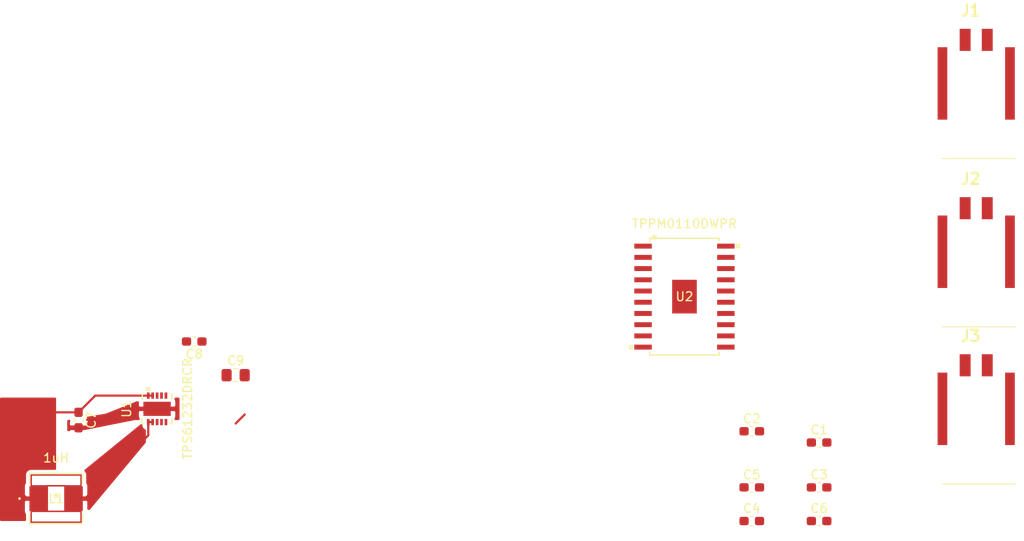
<source format=kicad_pcb>
(kicad_pcb (version 20171130) (host pcbnew "(5.1.2)-1")

  (general
    (thickness 1.6)
    (drawings 0)
    (tracks 13)
    (zones 0)
    (modules 15)
    (nets 8)
  )

  (page A4)
  (layers
    (0 F.Cu signal)
    (31 B.Cu signal)
    (32 B.Adhes user)
    (33 F.Adhes user)
    (34 B.Paste user)
    (35 F.Paste user)
    (36 B.SilkS user)
    (37 F.SilkS user)
    (38 B.Mask user)
    (39 F.Mask user)
    (40 Dwgs.User user)
    (41 Cmts.User user)
    (42 Eco1.User user)
    (43 Eco2.User user)
    (44 Edge.Cuts user)
    (45 Margin user)
    (46 B.CrtYd user)
    (47 F.CrtYd user)
    (48 B.Fab user)
    (49 F.Fab user)
  )

  (setup
    (last_trace_width 0.25)
    (trace_clearance 0.2)
    (zone_clearance 0.508)
    (zone_45_only no)
    (trace_min 0.2)
    (via_size 0.8)
    (via_drill 0.4)
    (via_min_size 0.4)
    (via_min_drill 0.3)
    (uvia_size 0.3)
    (uvia_drill 0.1)
    (uvias_allowed no)
    (uvia_min_size 0.2)
    (uvia_min_drill 0.1)
    (edge_width 0.05)
    (segment_width 0.2)
    (pcb_text_width 0.3)
    (pcb_text_size 1.5 1.5)
    (mod_edge_width 0.12)
    (mod_text_size 1 1)
    (mod_text_width 0.15)
    (pad_size 1.524 1.524)
    (pad_drill 0.762)
    (pad_to_mask_clearance 0.051)
    (solder_mask_min_width 0.25)
    (aux_axis_origin 0 0)
    (visible_elements 7FFFFFFF)
    (pcbplotparams
      (layerselection 0x010fc_ffffffff)
      (usegerberextensions false)
      (usegerberattributes false)
      (usegerberadvancedattributes false)
      (creategerberjobfile false)
      (excludeedgelayer true)
      (linewidth 0.100000)
      (plotframeref false)
      (viasonmask false)
      (mode 1)
      (useauxorigin false)
      (hpglpennumber 1)
      (hpglpenspeed 20)
      (hpglpendiameter 15.000000)
      (psnegative false)
      (psa4output false)
      (plotreference true)
      (plotvalue true)
      (plotinvisibletext false)
      (padsonsilk false)
      (subtractmaskfromsilk false)
      (outputformat 1)
      (mirror false)
      (drillshape 1)
      (scaleselection 1)
      (outputdirectory ""))
  )

  (net 0 "")
  (net 1 GND)
  (net 2 "Net-(C1-Pad1)")
  (net 3 "Net-(C3-Pad1)")
  (net 4 "Net-(C4-Pad1)")
  (net 5 /ChargingCircuit/Voutbat)
  (net 6 "Net-(C8-Pad1)")
  (net 7 "Net-(L1-Pad2)")

  (net_class Default "This is the default net class."
    (clearance 0.2)
    (trace_width 0.25)
    (via_dia 0.8)
    (via_drill 0.4)
    (uvia_dia 0.3)
    (uvia_drill 0.1)
    (add_net /ChargingCircuit/Voutbat)
    (add_net GND)
    (add_net "Net-(C1-Pad1)")
    (add_net "Net-(C3-Pad1)")
    (add_net "Net-(C4-Pad1)")
    (add_net "Net-(C8-Pad1)")
    (add_net "Net-(L1-Pad2)")
  )

  (module Capacitor_SMD:C_0603_1608Metric_Pad1.05x0.95mm_HandSolder (layer F.Cu) (tedit 5B301BBE) (tstamp 5E268FE3)
    (at 205.74 93.98)
    (descr "Capacitor SMD 0603 (1608 Metric), square (rectangular) end terminal, IPC_7351 nominal with elongated pad for handsoldering. (Body size source: http://www.tortai-tech.com/upload/download/2011102023233369053.pdf), generated with kicad-footprint-generator")
    (tags "capacitor handsolder")
    (path /5E21D683)
    (attr smd)
    (fp_text reference C1 (at 0 -1.43) (layer F.SilkS)
      (effects (font (size 1 1) (thickness 0.15)))
    )
    (fp_text value 10uF (at 0 1.43) (layer F.Fab)
      (effects (font (size 1 1) (thickness 0.15)))
    )
    (fp_text user %R (at 0 0) (layer F.Fab)
      (effects (font (size 0.4 0.4) (thickness 0.06)))
    )
    (fp_line (start 1.65 0.73) (end -1.65 0.73) (layer F.CrtYd) (width 0.05))
    (fp_line (start 1.65 -0.73) (end 1.65 0.73) (layer F.CrtYd) (width 0.05))
    (fp_line (start -1.65 -0.73) (end 1.65 -0.73) (layer F.CrtYd) (width 0.05))
    (fp_line (start -1.65 0.73) (end -1.65 -0.73) (layer F.CrtYd) (width 0.05))
    (fp_line (start -0.171267 0.51) (end 0.171267 0.51) (layer F.SilkS) (width 0.12))
    (fp_line (start -0.171267 -0.51) (end 0.171267 -0.51) (layer F.SilkS) (width 0.12))
    (fp_line (start 0.8 0.4) (end -0.8 0.4) (layer F.Fab) (width 0.1))
    (fp_line (start 0.8 -0.4) (end 0.8 0.4) (layer F.Fab) (width 0.1))
    (fp_line (start -0.8 -0.4) (end 0.8 -0.4) (layer F.Fab) (width 0.1))
    (fp_line (start -0.8 0.4) (end -0.8 -0.4) (layer F.Fab) (width 0.1))
    (pad 2 smd roundrect (at 0.875 0) (size 1.05 0.95) (layers F.Cu F.Paste F.Mask) (roundrect_rratio 0.25)
      (net 1 GND))
    (pad 1 smd roundrect (at -0.875 0) (size 1.05 0.95) (layers F.Cu F.Paste F.Mask) (roundrect_rratio 0.25)
      (net 2 "Net-(C1-Pad1)"))
    (model ${KISYS3DMOD}/Capacitor_SMD.3dshapes/C_0603_1608Metric.wrl
      (at (xyz 0 0 0))
      (scale (xyz 1 1 1))
      (rotate (xyz 0 0 0))
    )
  )

  (module Capacitor_SMD:C_0603_1608Metric_Pad1.05x0.95mm_HandSolder (layer F.Cu) (tedit 5B301BBE) (tstamp 5E268FF4)
    (at 198.12 92.71)
    (descr "Capacitor SMD 0603 (1608 Metric), square (rectangular) end terminal, IPC_7351 nominal with elongated pad for handsoldering. (Body size source: http://www.tortai-tech.com/upload/download/2011102023233369053.pdf), generated with kicad-footprint-generator")
    (tags "capacitor handsolder")
    (path /5E222350)
    (attr smd)
    (fp_text reference C2 (at 0 -1.43) (layer F.SilkS)
      (effects (font (size 1 1) (thickness 0.15)))
    )
    (fp_text value 0.1uF (at 0 1.43) (layer F.Fab)
      (effects (font (size 1 1) (thickness 0.15)))
    )
    (fp_line (start -0.8 0.4) (end -0.8 -0.4) (layer F.Fab) (width 0.1))
    (fp_line (start -0.8 -0.4) (end 0.8 -0.4) (layer F.Fab) (width 0.1))
    (fp_line (start 0.8 -0.4) (end 0.8 0.4) (layer F.Fab) (width 0.1))
    (fp_line (start 0.8 0.4) (end -0.8 0.4) (layer F.Fab) (width 0.1))
    (fp_line (start -0.171267 -0.51) (end 0.171267 -0.51) (layer F.SilkS) (width 0.12))
    (fp_line (start -0.171267 0.51) (end 0.171267 0.51) (layer F.SilkS) (width 0.12))
    (fp_line (start -1.65 0.73) (end -1.65 -0.73) (layer F.CrtYd) (width 0.05))
    (fp_line (start -1.65 -0.73) (end 1.65 -0.73) (layer F.CrtYd) (width 0.05))
    (fp_line (start 1.65 -0.73) (end 1.65 0.73) (layer F.CrtYd) (width 0.05))
    (fp_line (start 1.65 0.73) (end -1.65 0.73) (layer F.CrtYd) (width 0.05))
    (fp_text user %R (at 0 0) (layer F.Fab)
      (effects (font (size 0.4 0.4) (thickness 0.06)))
    )
    (pad 1 smd roundrect (at -0.875 0) (size 1.05 0.95) (layers F.Cu F.Paste F.Mask) (roundrect_rratio 0.25)
      (net 2 "Net-(C1-Pad1)"))
    (pad 2 smd roundrect (at 0.875 0) (size 1.05 0.95) (layers F.Cu F.Paste F.Mask) (roundrect_rratio 0.25)
      (net 1 GND))
    (model ${KISYS3DMOD}/Capacitor_SMD.3dshapes/C_0603_1608Metric.wrl
      (at (xyz 0 0 0))
      (scale (xyz 1 1 1))
      (rotate (xyz 0 0 0))
    )
  )

  (module Capacitor_SMD:C_0603_1608Metric_Pad1.05x0.95mm_HandSolder (layer F.Cu) (tedit 5B301BBE) (tstamp 5E269005)
    (at 205.74 99.06)
    (descr "Capacitor SMD 0603 (1608 Metric), square (rectangular) end terminal, IPC_7351 nominal with elongated pad for handsoldering. (Body size source: http://www.tortai-tech.com/upload/download/2011102023233369053.pdf), generated with kicad-footprint-generator")
    (tags "capacitor handsolder")
    (path /5E224949)
    (attr smd)
    (fp_text reference C3 (at 0 -1.43) (layer F.SilkS)
      (effects (font (size 1 1) (thickness 0.15)))
    )
    (fp_text value 0.1uF (at 0 1.43) (layer F.Fab)
      (effects (font (size 1 1) (thickness 0.15)))
    )
    (fp_text user %R (at 0 0) (layer F.Fab)
      (effects (font (size 0.4 0.4) (thickness 0.06)))
    )
    (fp_line (start 1.65 0.73) (end -1.65 0.73) (layer F.CrtYd) (width 0.05))
    (fp_line (start 1.65 -0.73) (end 1.65 0.73) (layer F.CrtYd) (width 0.05))
    (fp_line (start -1.65 -0.73) (end 1.65 -0.73) (layer F.CrtYd) (width 0.05))
    (fp_line (start -1.65 0.73) (end -1.65 -0.73) (layer F.CrtYd) (width 0.05))
    (fp_line (start -0.171267 0.51) (end 0.171267 0.51) (layer F.SilkS) (width 0.12))
    (fp_line (start -0.171267 -0.51) (end 0.171267 -0.51) (layer F.SilkS) (width 0.12))
    (fp_line (start 0.8 0.4) (end -0.8 0.4) (layer F.Fab) (width 0.1))
    (fp_line (start 0.8 -0.4) (end 0.8 0.4) (layer F.Fab) (width 0.1))
    (fp_line (start -0.8 -0.4) (end 0.8 -0.4) (layer F.Fab) (width 0.1))
    (fp_line (start -0.8 0.4) (end -0.8 -0.4) (layer F.Fab) (width 0.1))
    (pad 2 smd roundrect (at 0.875 0) (size 1.05 0.95) (layers F.Cu F.Paste F.Mask) (roundrect_rratio 0.25)
      (net 1 GND))
    (pad 1 smd roundrect (at -0.875 0) (size 1.05 0.95) (layers F.Cu F.Paste F.Mask) (roundrect_rratio 0.25)
      (net 3 "Net-(C3-Pad1)"))
    (model ${KISYS3DMOD}/Capacitor_SMD.3dshapes/C_0603_1608Metric.wrl
      (at (xyz 0 0 0))
      (scale (xyz 1 1 1))
      (rotate (xyz 0 0 0))
    )
  )

  (module Capacitor_SMD:C_0603_1608Metric_Pad1.05x0.95mm_HandSolder (layer F.Cu) (tedit 5B301BBE) (tstamp 5E269016)
    (at 198.12 102.87)
    (descr "Capacitor SMD 0603 (1608 Metric), square (rectangular) end terminal, IPC_7351 nominal with elongated pad for handsoldering. (Body size source: http://www.tortai-tech.com/upload/download/2011102023233369053.pdf), generated with kicad-footprint-generator")
    (tags "capacitor handsolder")
    (path /5E225E5D)
    (attr smd)
    (fp_text reference C4 (at 0 -1.43) (layer F.SilkS)
      (effects (font (size 1 1) (thickness 0.15)))
    )
    (fp_text value 0.1uF (at 0 1.43) (layer F.Fab)
      (effects (font (size 1 1) (thickness 0.15)))
    )
    (fp_text user %R (at 0 0) (layer F.Fab)
      (effects (font (size 0.4 0.4) (thickness 0.06)))
    )
    (fp_line (start 1.65 0.73) (end -1.65 0.73) (layer F.CrtYd) (width 0.05))
    (fp_line (start 1.65 -0.73) (end 1.65 0.73) (layer F.CrtYd) (width 0.05))
    (fp_line (start -1.65 -0.73) (end 1.65 -0.73) (layer F.CrtYd) (width 0.05))
    (fp_line (start -1.65 0.73) (end -1.65 -0.73) (layer F.CrtYd) (width 0.05))
    (fp_line (start -0.171267 0.51) (end 0.171267 0.51) (layer F.SilkS) (width 0.12))
    (fp_line (start -0.171267 -0.51) (end 0.171267 -0.51) (layer F.SilkS) (width 0.12))
    (fp_line (start 0.8 0.4) (end -0.8 0.4) (layer F.Fab) (width 0.1))
    (fp_line (start 0.8 -0.4) (end 0.8 0.4) (layer F.Fab) (width 0.1))
    (fp_line (start -0.8 -0.4) (end 0.8 -0.4) (layer F.Fab) (width 0.1))
    (fp_line (start -0.8 0.4) (end -0.8 -0.4) (layer F.Fab) (width 0.1))
    (pad 2 smd roundrect (at 0.875 0) (size 1.05 0.95) (layers F.Cu F.Paste F.Mask) (roundrect_rratio 0.25)
      (net 1 GND))
    (pad 1 smd roundrect (at -0.875 0) (size 1.05 0.95) (layers F.Cu F.Paste F.Mask) (roundrect_rratio 0.25)
      (net 4 "Net-(C4-Pad1)"))
    (model ${KISYS3DMOD}/Capacitor_SMD.3dshapes/C_0603_1608Metric.wrl
      (at (xyz 0 0 0))
      (scale (xyz 1 1 1))
      (rotate (xyz 0 0 0))
    )
  )

  (module Capacitor_SMD:C_0603_1608Metric_Pad1.05x0.95mm_HandSolder (layer F.Cu) (tedit 5B301BBE) (tstamp 5E269027)
    (at 198.12 99.06)
    (descr "Capacitor SMD 0603 (1608 Metric), square (rectangular) end terminal, IPC_7351 nominal with elongated pad for handsoldering. (Body size source: http://www.tortai-tech.com/upload/download/2011102023233369053.pdf), generated with kicad-footprint-generator")
    (tags "capacitor handsolder")
    (path /5E2253F6)
    (attr smd)
    (fp_text reference C5 (at 0 -1.43) (layer F.SilkS)
      (effects (font (size 1 1) (thickness 0.15)))
    )
    (fp_text value 10uF (at 0 1.43) (layer F.Fab)
      (effects (font (size 1 1) (thickness 0.15)))
    )
    (fp_line (start -0.8 0.4) (end -0.8 -0.4) (layer F.Fab) (width 0.1))
    (fp_line (start -0.8 -0.4) (end 0.8 -0.4) (layer F.Fab) (width 0.1))
    (fp_line (start 0.8 -0.4) (end 0.8 0.4) (layer F.Fab) (width 0.1))
    (fp_line (start 0.8 0.4) (end -0.8 0.4) (layer F.Fab) (width 0.1))
    (fp_line (start -0.171267 -0.51) (end 0.171267 -0.51) (layer F.SilkS) (width 0.12))
    (fp_line (start -0.171267 0.51) (end 0.171267 0.51) (layer F.SilkS) (width 0.12))
    (fp_line (start -1.65 0.73) (end -1.65 -0.73) (layer F.CrtYd) (width 0.05))
    (fp_line (start -1.65 -0.73) (end 1.65 -0.73) (layer F.CrtYd) (width 0.05))
    (fp_line (start 1.65 -0.73) (end 1.65 0.73) (layer F.CrtYd) (width 0.05))
    (fp_line (start 1.65 0.73) (end -1.65 0.73) (layer F.CrtYd) (width 0.05))
    (fp_text user %R (at 0 0) (layer F.Fab)
      (effects (font (size 0.4 0.4) (thickness 0.06)))
    )
    (pad 1 smd roundrect (at -0.875 0) (size 1.05 0.95) (layers F.Cu F.Paste F.Mask) (roundrect_rratio 0.25)
      (net 3 "Net-(C3-Pad1)"))
    (pad 2 smd roundrect (at 0.875 0) (size 1.05 0.95) (layers F.Cu F.Paste F.Mask) (roundrect_rratio 0.25)
      (net 1 GND))
    (model ${KISYS3DMOD}/Capacitor_SMD.3dshapes/C_0603_1608Metric.wrl
      (at (xyz 0 0 0))
      (scale (xyz 1 1 1))
      (rotate (xyz 0 0 0))
    )
  )

  (module Capacitor_SMD:C_0603_1608Metric_Pad1.05x0.95mm_HandSolder (layer F.Cu) (tedit 5B301BBE) (tstamp 5E269038)
    (at 205.74 102.87)
    (descr "Capacitor SMD 0603 (1608 Metric), square (rectangular) end terminal, IPC_7351 nominal with elongated pad for handsoldering. (Body size source: http://www.tortai-tech.com/upload/download/2011102023233369053.pdf), generated with kicad-footprint-generator")
    (tags "capacitor handsolder")
    (path /5E226DBD)
    (attr smd)
    (fp_text reference C6 (at 0 -1.43) (layer F.SilkS)
      (effects (font (size 1 1) (thickness 0.15)))
    )
    (fp_text value 10uF (at 0 1.43) (layer F.Fab)
      (effects (font (size 1 1) (thickness 0.15)))
    )
    (fp_line (start -0.8 0.4) (end -0.8 -0.4) (layer F.Fab) (width 0.1))
    (fp_line (start -0.8 -0.4) (end 0.8 -0.4) (layer F.Fab) (width 0.1))
    (fp_line (start 0.8 -0.4) (end 0.8 0.4) (layer F.Fab) (width 0.1))
    (fp_line (start 0.8 0.4) (end -0.8 0.4) (layer F.Fab) (width 0.1))
    (fp_line (start -0.171267 -0.51) (end 0.171267 -0.51) (layer F.SilkS) (width 0.12))
    (fp_line (start -0.171267 0.51) (end 0.171267 0.51) (layer F.SilkS) (width 0.12))
    (fp_line (start -1.65 0.73) (end -1.65 -0.73) (layer F.CrtYd) (width 0.05))
    (fp_line (start -1.65 -0.73) (end 1.65 -0.73) (layer F.CrtYd) (width 0.05))
    (fp_line (start 1.65 -0.73) (end 1.65 0.73) (layer F.CrtYd) (width 0.05))
    (fp_line (start 1.65 0.73) (end -1.65 0.73) (layer F.CrtYd) (width 0.05))
    (fp_text user %R (at 0 0) (layer F.Fab)
      (effects (font (size 0.4 0.4) (thickness 0.06)))
    )
    (pad 1 smd roundrect (at -0.875 0) (size 1.05 0.95) (layers F.Cu F.Paste F.Mask) (roundrect_rratio 0.25)
      (net 4 "Net-(C4-Pad1)"))
    (pad 2 smd roundrect (at 0.875 0) (size 1.05 0.95) (layers F.Cu F.Paste F.Mask) (roundrect_rratio 0.25)
      (net 1 GND))
    (model ${KISYS3DMOD}/Capacitor_SMD.3dshapes/C_0603_1608Metric.wrl
      (at (xyz 0 0 0))
      (scale (xyz 1 1 1))
      (rotate (xyz 0 0 0))
    )
  )

  (module Capacitor_SMD:C_0603_1608Metric_Pad1.05x0.95mm_HandSolder (layer F.Cu) (tedit 5B301BBE) (tstamp 5E269049)
    (at 121.92 91.44 270)
    (descr "Capacitor SMD 0603 (1608 Metric), square (rectangular) end terminal, IPC_7351 nominal with elongated pad for handsoldering. (Body size source: http://www.tortai-tech.com/upload/download/2011102023233369053.pdf), generated with kicad-footprint-generator")
    (tags "capacitor handsolder")
    (path /5E214585)
    (attr smd)
    (fp_text reference C7 (at 0 -1.43 90) (layer F.SilkS)
      (effects (font (size 1 1) (thickness 0.15)))
    )
    (fp_text value 10μF (at 0 1.43 90) (layer F.Fab)
      (effects (font (size 1 1) (thickness 0.15)))
    )
    (fp_line (start -0.8 0.4) (end -0.8 -0.4) (layer F.Fab) (width 0.1))
    (fp_line (start -0.8 -0.4) (end 0.8 -0.4) (layer F.Fab) (width 0.1))
    (fp_line (start 0.8 -0.4) (end 0.8 0.4) (layer F.Fab) (width 0.1))
    (fp_line (start 0.8 0.4) (end -0.8 0.4) (layer F.Fab) (width 0.1))
    (fp_line (start -0.171267 -0.51) (end 0.171267 -0.51) (layer F.SilkS) (width 0.12))
    (fp_line (start -0.171267 0.51) (end 0.171267 0.51) (layer F.SilkS) (width 0.12))
    (fp_line (start -1.65 0.73) (end -1.65 -0.73) (layer F.CrtYd) (width 0.05))
    (fp_line (start -1.65 -0.73) (end 1.65 -0.73) (layer F.CrtYd) (width 0.05))
    (fp_line (start 1.65 -0.73) (end 1.65 0.73) (layer F.CrtYd) (width 0.05))
    (fp_line (start 1.65 0.73) (end -1.65 0.73) (layer F.CrtYd) (width 0.05))
    (fp_text user %R (at -0.8 -0.4 90) (layer F.Fab)
      (effects (font (size 0.4 0.4) (thickness 0.06)))
    )
    (pad 1 smd roundrect (at -0.875 0 270) (size 1.05 0.95) (layers F.Cu F.Paste F.Mask) (roundrect_rratio 0.25)
      (net 5 /ChargingCircuit/Voutbat))
    (pad 2 smd roundrect (at 0.875 0 270) (size 1.05 0.95) (layers F.Cu F.Paste F.Mask) (roundrect_rratio 0.25)
      (net 1 GND))
    (model ${KISYS3DMOD}/Capacitor_SMD.3dshapes/C_0603_1608Metric.wrl
      (at (xyz 0 0 0))
      (scale (xyz 1 1 1))
      (rotate (xyz 0 0 0))
    )
  )

  (module Capacitor_SMD:C_0603_1608Metric_Pad1.05x0.95mm_HandSolder (layer F.Cu) (tedit 5B301BBE) (tstamp 5E26905A)
    (at 135.015 82.55 180)
    (descr "Capacitor SMD 0603 (1608 Metric), square (rectangular) end terminal, IPC_7351 nominal with elongated pad for handsoldering. (Body size source: http://www.tortai-tech.com/upload/download/2011102023233369053.pdf), generated with kicad-footprint-generator")
    (tags "capacitor handsolder")
    (path /5E252172)
    (attr smd)
    (fp_text reference C8 (at 0 -1.43) (layer F.SilkS)
      (effects (font (size 1 1) (thickness 0.15)))
    )
    (fp_text value 15nF (at 0 1.43) (layer F.Fab)
      (effects (font (size 1 1) (thickness 0.15)))
    )
    (fp_text user %R (at 0 0) (layer F.Fab)
      (effects (font (size 0.4 0.4) (thickness 0.06)))
    )
    (fp_line (start 1.65 0.73) (end -1.65 0.73) (layer F.CrtYd) (width 0.05))
    (fp_line (start 1.65 -0.73) (end 1.65 0.73) (layer F.CrtYd) (width 0.05))
    (fp_line (start -1.65 -0.73) (end 1.65 -0.73) (layer F.CrtYd) (width 0.05))
    (fp_line (start -1.65 0.73) (end -1.65 -0.73) (layer F.CrtYd) (width 0.05))
    (fp_line (start -0.171267 0.51) (end 0.171267 0.51) (layer F.SilkS) (width 0.12))
    (fp_line (start -0.171267 -0.51) (end 0.171267 -0.51) (layer F.SilkS) (width 0.12))
    (fp_line (start 0.8 0.4) (end -0.8 0.4) (layer F.Fab) (width 0.1))
    (fp_line (start 0.8 -0.4) (end 0.8 0.4) (layer F.Fab) (width 0.1))
    (fp_line (start -0.8 -0.4) (end 0.8 -0.4) (layer F.Fab) (width 0.1))
    (fp_line (start -0.8 0.4) (end -0.8 -0.4) (layer F.Fab) (width 0.1))
    (pad 2 smd roundrect (at 0.875 0 180) (size 1.05 0.95) (layers F.Cu F.Paste F.Mask) (roundrect_rratio 0.25)
      (net 1 GND))
    (pad 1 smd roundrect (at -0.875 0 180) (size 1.05 0.95) (layers F.Cu F.Paste F.Mask) (roundrect_rratio 0.25)
      (net 6 "Net-(C8-Pad1)"))
    (model ${KISYS3DMOD}/Capacitor_SMD.3dshapes/C_0603_1608Metric.wrl
      (at (xyz 0 0 0))
      (scale (xyz 1 1 1))
      (rotate (xyz 0 0 0))
    )
  )

  (module Capacitor_SMD:C_0805_2012Metric_Pad1.15x1.40mm_HandSolder (layer F.Cu) (tedit 5B36C52B) (tstamp 5E26906B)
    (at 139.7 86.36)
    (descr "Capacitor SMD 0805 (2012 Metric), square (rectangular) end terminal, IPC_7351 nominal with elongated pad for handsoldering. (Body size source: https://docs.google.com/spreadsheets/d/1BsfQQcO9C6DZCsRaXUlFlo91Tg2WpOkGARC1WS5S8t0/edit?usp=sharing), generated with kicad-footprint-generator")
    (tags "capacitor handsolder")
    (path /5E220947)
    (attr smd)
    (fp_text reference C9 (at 0 -1.65) (layer F.SilkS)
      (effects (font (size 1 1) (thickness 0.15)))
    )
    (fp_text value 10uF (at 0 1.65) (layer F.Fab)
      (effects (font (size 1 1) (thickness 0.15)))
    )
    (fp_line (start -1 0.6) (end -1 -0.6) (layer F.Fab) (width 0.1))
    (fp_line (start -1 -0.6) (end 1 -0.6) (layer F.Fab) (width 0.1))
    (fp_line (start 1 -0.6) (end 1 0.6) (layer F.Fab) (width 0.1))
    (fp_line (start 1 0.6) (end -1 0.6) (layer F.Fab) (width 0.1))
    (fp_line (start -0.261252 -0.71) (end 0.261252 -0.71) (layer F.SilkS) (width 0.12))
    (fp_line (start -0.261252 0.71) (end 0.261252 0.71) (layer F.SilkS) (width 0.12))
    (fp_line (start -1.85 0.95) (end -1.85 -0.95) (layer F.CrtYd) (width 0.05))
    (fp_line (start -1.85 -0.95) (end 1.85 -0.95) (layer F.CrtYd) (width 0.05))
    (fp_line (start 1.85 -0.95) (end 1.85 0.95) (layer F.CrtYd) (width 0.05))
    (fp_line (start 1.85 0.95) (end -1.85 0.95) (layer F.CrtYd) (width 0.05))
    (fp_text user %R (at 0 0) (layer F.Fab)
      (effects (font (size 0.5 0.5) (thickness 0.08)))
    )
    (pad 1 smd roundrect (at -1.025 0) (size 1.15 1.4) (layers F.Cu F.Paste F.Mask) (roundrect_rratio 0.217391)
      (net 2 "Net-(C1-Pad1)"))
    (pad 2 smd roundrect (at 1.025 0) (size 1.15 1.4) (layers F.Cu F.Paste F.Mask) (roundrect_rratio 0.217391)
      (net 1 GND))
    (model ${KISYS3DMOD}/Capacitor_SMD.3dshapes/C_0805_2012Metric.wrl
      (at (xyz 0 0 0))
      (scale (xyz 1 1 1))
      (rotate (xyz 0 0 0))
    )
  )

  (module 105430-1102:1054301102 (layer F.Cu) (tedit 5E262FBD) (tstamp 5E26907C)
    (at 223.52 53.34)
    (descr 105430-1102-1)
    (tags Connector)
    (path /5E264EDD)
    (attr smd)
    (fp_text reference J1 (at -0.635 -8.255) (layer F.SilkS)
      (effects (font (size 1.27 1.27) (thickness 0.254)))
    )
    (fp_text value 105430-1102 (at 0.635 10.16) (layer F.SilkS) hide
      (effects (font (size 1.27 1.27) (thickness 0.254)))
    )
    (fp_text user %R (at -0.635 -8.255) (layer F.Fab)
      (effects (font (size 1.27 1.27) (thickness 0.254)))
    )
    (fp_line (start 4.37 -3.55) (end 4.37 5.14) (layer F.Fab) (width 0.2))
    (fp_line (start 3.82 8.5) (end -4.92 8.5) (layer F.Fab) (width 0.2))
    (fp_line (start -4.37 5.14) (end -4.37 -3.55) (layer F.Fab) (width 0.2))
    (fp_line (start -5.37 -6.14) (end 5.37 -6.14) (layer F.CrtYd) (width 0.1))
    (fp_line (start 5.37 -6.14) (end 5.37 8.5) (layer F.CrtYd) (width 0.1))
    (fp_line (start 5.37 8.5) (end -5.37 8.5) (layer F.CrtYd) (width 0.1))
    (fp_line (start -5.37 8.5) (end -5.37 -6.14) (layer F.CrtYd) (width 0.1))
    (fp_line (start -3.82 8.5) (end 4.445 8.5) (layer F.SilkS) (width 0.1))
    (pad 1 smd rect (at 1.25 -4.93) (size 1.24 2.5) (layers F.Cu F.Paste F.Mask)
      (net 2 "Net-(C1-Pad1)"))
    (pad 2 smd rect (at -1.25 -4.93) (size 1.24 2.5) (layers F.Cu F.Paste F.Mask))
    (pad 3 smd rect (at -3.82 0) (size 1.1 8.2) (layers F.Cu F.Paste F.Mask)
      (net 1 GND))
    (pad 4 smd rect (at 3.82 0) (size 1.1 8.2) (layers F.Cu F.Paste F.Mask)
      (net 1 GND))
    (model 105430-1102.stp
      (at (xyz 0 0 0))
      (scale (xyz 1 1 1))
      (rotate (xyz 0 0 0))
    )
  )

  (module 105430-1102:1054301102 (layer F.Cu) (tedit 5E262FBD) (tstamp 5E26908D)
    (at 223.52 72.39)
    (descr 105430-1102-1)
    (tags Connector)
    (path /5E2656E1)
    (attr smd)
    (fp_text reference J2 (at -0.635 -8.255) (layer F.SilkS)
      (effects (font (size 1.27 1.27) (thickness 0.254)))
    )
    (fp_text value 105430-1102 (at 0.635 10.16) (layer F.SilkS) hide
      (effects (font (size 1.27 1.27) (thickness 0.254)))
    )
    (fp_line (start -3.82 8.5) (end 4.445 8.5) (layer F.SilkS) (width 0.1))
    (fp_line (start -5.37 8.5) (end -5.37 -6.14) (layer F.CrtYd) (width 0.1))
    (fp_line (start 5.37 8.5) (end -5.37 8.5) (layer F.CrtYd) (width 0.1))
    (fp_line (start 5.37 -6.14) (end 5.37 8.5) (layer F.CrtYd) (width 0.1))
    (fp_line (start -5.37 -6.14) (end 5.37 -6.14) (layer F.CrtYd) (width 0.1))
    (fp_line (start -4.37 5.14) (end -4.37 -3.55) (layer F.Fab) (width 0.2))
    (fp_line (start 3.82 8.5) (end -4.92 8.5) (layer F.Fab) (width 0.2))
    (fp_line (start 4.37 -3.55) (end 4.37 5.14) (layer F.Fab) (width 0.2))
    (fp_text user %R (at -0.635 -8.255) (layer F.Fab)
      (effects (font (size 1.27 1.27) (thickness 0.254)))
    )
    (pad 4 smd rect (at 3.82 0) (size 1.1 8.2) (layers F.Cu F.Paste F.Mask)
      (net 1 GND))
    (pad 3 smd rect (at -3.82 0) (size 1.1 8.2) (layers F.Cu F.Paste F.Mask)
      (net 1 GND))
    (pad 2 smd rect (at -1.25 -4.93) (size 1.24 2.5) (layers F.Cu F.Paste F.Mask))
    (pad 1 smd rect (at 1.25 -4.93) (size 1.24 2.5) (layers F.Cu F.Paste F.Mask)
      (net 3 "Net-(C3-Pad1)"))
    (model 105430-1102.stp
      (at (xyz 0 0 0))
      (scale (xyz 1 1 1))
      (rotate (xyz 0 0 0))
    )
  )

  (module 105430-1102:1054301102 (layer F.Cu) (tedit 5E262FBD) (tstamp 5E26909E)
    (at 223.52 90.17)
    (descr 105430-1102-1)
    (tags Connector)
    (path /5E265BFA)
    (attr smd)
    (fp_text reference J3 (at -0.635 -8.255) (layer F.SilkS)
      (effects (font (size 1.27 1.27) (thickness 0.254)))
    )
    (fp_text value 105430-1102 (at 0.635 10.16) (layer F.SilkS) hide
      (effects (font (size 1.27 1.27) (thickness 0.254)))
    )
    (fp_text user %R (at -0.635 -8.255) (layer F.Fab)
      (effects (font (size 1.27 1.27) (thickness 0.254)))
    )
    (fp_line (start 4.37 -3.55) (end 4.37 5.14) (layer F.Fab) (width 0.2))
    (fp_line (start 3.82 8.5) (end -4.92 8.5) (layer F.Fab) (width 0.2))
    (fp_line (start -4.37 5.14) (end -4.37 -3.55) (layer F.Fab) (width 0.2))
    (fp_line (start -5.37 -6.14) (end 5.37 -6.14) (layer F.CrtYd) (width 0.1))
    (fp_line (start 5.37 -6.14) (end 5.37 8.5) (layer F.CrtYd) (width 0.1))
    (fp_line (start 5.37 8.5) (end -5.37 8.5) (layer F.CrtYd) (width 0.1))
    (fp_line (start -5.37 8.5) (end -5.37 -6.14) (layer F.CrtYd) (width 0.1))
    (fp_line (start -3.82 8.5) (end 4.445 8.5) (layer F.SilkS) (width 0.1))
    (pad 1 smd rect (at 1.25 -4.93) (size 1.24 2.5) (layers F.Cu F.Paste F.Mask)
      (net 4 "Net-(C4-Pad1)"))
    (pad 2 smd rect (at -1.25 -4.93) (size 1.24 2.5) (layers F.Cu F.Paste F.Mask))
    (pad 3 smd rect (at -3.82 0) (size 1.1 8.2) (layers F.Cu F.Paste F.Mask)
      (net 1 GND))
    (pad 4 smd rect (at 3.82 0) (size 1.1 8.2) (layers F.Cu F.Paste F.Mask)
      (net 1 GND))
    (model 105430-1102.stp
      (at (xyz 0 0 0))
      (scale (xyz 1 1 1))
      (rotate (xyz 0 0 0))
    )
  )

  (module IHLP2020BZER1R0M01:IHLP2020BZER1R0M01 (layer F.Cu) (tedit 5E24CD76) (tstamp 5E2690CA)
    (at 119.38 100.33)
    (path /5E201A61)
    (fp_text reference L1 (at 0 0) (layer F.SilkS)
      (effects (font (size 1 1) (thickness 0.15)))
    )
    (fp_text value 1uH (at 0 -4.6) (layer F.SilkS)
      (effects (font (size 1 1) (thickness 0.15)))
    )
    (fp_text user * (at 0 0) (layer F.SilkS)
      (effects (font (size 1 1) (thickness 0.15)))
    )
    (fp_text user * (at 0 0) (layer F.Fab)
      (effects (font (size 1 1) (thickness 0.15)))
    )
    (fp_line (start -2.9972 2.8448) (end 2.9972 2.8448) (layer F.SilkS) (width 0.1524))
    (fp_line (start 2.9972 2.8448) (end 2.9972 1.72974) (layer F.SilkS) (width 0.1524))
    (fp_line (start 2.9972 -2.8448) (end -2.9972 -2.8448) (layer F.SilkS) (width 0.1524))
    (fp_line (start -2.9972 -2.8448) (end -2.9972 -1.72974) (layer F.SilkS) (width 0.1524))
    (fp_line (start -2.8702 2.7178) (end 2.8702 2.7178) (layer F.Fab) (width 0.1524))
    (fp_line (start 2.8702 2.7178) (end 2.8702 -2.7178) (layer F.Fab) (width 0.1524))
    (fp_line (start 2.8702 -2.7178) (end -2.8702 -2.7178) (layer F.Fab) (width 0.1524))
    (fp_line (start -2.8702 -2.7178) (end -2.8702 2.7178) (layer F.Fab) (width 0.1524))
    (fp_line (start -2.9972 1.72974) (end -2.9972 2.8448) (layer F.SilkS) (width 0.1524))
    (fp_line (start 2.9972 -1.72974) (end 2.9972 -2.8448) (layer F.SilkS) (width 0.1524))
    (fp_line (start -0.9906 -1.4478) (end 0.9906 -1.4478) (layer F.Cu) (width 0.1524))
    (fp_line (start 0.9906 -1.4478) (end 0.9906 1.4478) (layer F.Cu) (width 0.1524))
    (fp_line (start 0.9906 1.4478) (end -0.9906 1.4478) (layer F.Cu) (width 0.1524))
    (fp_line (start -0.9906 1.4478) (end -0.9906 -1.4478) (layer F.Cu) (width 0.1524))
    (fp_line (start -2.8194 -2.667) (end 2.8194 -2.667) (layer F.Cu) (width 0.1524))
    (fp_line (start 2.8194 -2.667) (end 2.8194 -1.4478) (layer F.Cu) (width 0.1524))
    (fp_line (start 2.8194 -1.4478) (end -2.8194 -1.4478) (layer F.Cu) (width 0.1524))
    (fp_line (start -2.8194 -1.4478) (end -2.8194 -2.667) (layer F.Cu) (width 0.1524))
    (fp_line (start -2.8194 1.4478) (end 2.8194 1.4478) (layer F.Cu) (width 0.1524))
    (fp_line (start 2.8194 1.4478) (end 2.8194 2.667) (layer F.Cu) (width 0.1524))
    (fp_line (start 2.8194 2.667) (end -2.8194 2.667) (layer F.Cu) (width 0.1524))
    (fp_line (start -2.8194 2.667) (end -2.8194 1.4478) (layer F.Cu) (width 0.1524))
    (fp_line (start -3.2766 1.651) (end -3.2766 -1.651) (layer F.CrtYd) (width 0.1524))
    (fp_line (start -3.2766 -1.651) (end -3.1242 -1.651) (layer F.CrtYd) (width 0.1524))
    (fp_line (start -3.1242 -1.651) (end -3.1242 -2.9718) (layer F.CrtYd) (width 0.1524))
    (fp_line (start -3.1242 -2.9718) (end 3.1242 -2.9718) (layer F.CrtYd) (width 0.1524))
    (fp_line (start 3.1242 -2.9718) (end 3.1242 -1.651) (layer F.CrtYd) (width 0.1524))
    (fp_line (start 3.1242 -1.651) (end 3.2766 -1.651) (layer F.CrtYd) (width 0.1524))
    (fp_line (start 3.2766 -1.651) (end 3.2766 1.651) (layer F.CrtYd) (width 0.1524))
    (fp_line (start 3.2766 1.651) (end 3.1242 1.651) (layer F.CrtYd) (width 0.1524))
    (fp_line (start 3.1242 1.651) (end 3.1242 2.9718) (layer F.CrtYd) (width 0.1524))
    (fp_line (start 3.1242 2.9718) (end -3.1242 2.9718) (layer F.CrtYd) (width 0.1524))
    (fp_line (start -3.1242 2.9718) (end -3.1242 1.651) (layer F.CrtYd) (width 0.1524))
    (fp_line (start -3.1242 1.651) (end -3.2766 1.651) (layer F.CrtYd) (width 0.1524))
    (fp_circle (center -2.3622 0) (end -2.286 0) (layer F.Fab) (width 0.1524))
    (fp_circle (center -4.1402 0) (end -4.064 0) (layer F.SilkS) (width 0.1524))
    (pad 1 smd rect (at -2.032 0 90) (size 2.794 1.9812) (layers F.Cu F.Paste F.Mask)
      (net 5 /ChargingCircuit/Voutbat))
    (pad 2 smd rect (at 2.032 0 90) (size 2.794 1.9812) (layers F.Cu F.Paste F.Mask)
      (net 7 "Net-(L1-Pad2)"))
  )

  (module TPS61232DRCR:TPS61232DRCR (layer F.Cu) (tedit 5E1F9A8F) (tstamp 5E2691C4)
    (at 130.81 90.17 90)
    (path /5E215DC2)
    (fp_text reference U1 (at 0 -3.45 90) (layer F.SilkS)
      (effects (font (size 1 1) (thickness 0.15)))
    )
    (fp_text value TPS61232DRCR (at 0 3.45 90) (layer F.SilkS)
      (effects (font (size 1 1) (thickness 0.15)))
    )
    (fp_line (start -1.5494 -0.2794) (end -0.2794 -1.5494) (layer F.Fab) (width 0.1524))
    (fp_line (start -1.5494 -0.8476) (end -1.5494 -1.1524) (layer F.Fab) (width 0.1524))
    (fp_line (start -1.5494 -1.1524) (end -1.5494 -1.1524) (layer F.Fab) (width 0.1524))
    (fp_line (start -1.5494 -1.1524) (end -1.5494 -0.8476) (layer F.Fab) (width 0.1524))
    (fp_line (start -1.5494 -0.8476) (end -1.5494 -0.8476) (layer F.Fab) (width 0.1524))
    (fp_line (start -1.5494 -0.3476) (end -1.5494 -0.6524) (layer F.Fab) (width 0.1524))
    (fp_line (start -1.5494 -0.6524) (end -1.5494 -0.6524) (layer F.Fab) (width 0.1524))
    (fp_line (start -1.5494 -0.6524) (end -1.5494 -0.3476) (layer F.Fab) (width 0.1524))
    (fp_line (start -1.5494 -0.3476) (end -1.5494 -0.3476) (layer F.Fab) (width 0.1524))
    (fp_line (start -1.5494 0.1524) (end -1.5494 -0.1524) (layer F.Fab) (width 0.1524))
    (fp_line (start -1.5494 -0.1524) (end -1.5494 -0.1524) (layer F.Fab) (width 0.1524))
    (fp_line (start -1.5494 -0.1524) (end -1.5494 0.1524) (layer F.Fab) (width 0.1524))
    (fp_line (start -1.5494 0.1524) (end -1.5494 0.1524) (layer F.Fab) (width 0.1524))
    (fp_line (start -1.5494 0.6524) (end -1.5494 0.3476) (layer F.Fab) (width 0.1524))
    (fp_line (start -1.5494 0.3476) (end -1.5494 0.3476) (layer F.Fab) (width 0.1524))
    (fp_line (start -1.5494 0.3476) (end -1.5494 0.6524) (layer F.Fab) (width 0.1524))
    (fp_line (start -1.5494 0.6524) (end -1.5494 0.6524) (layer F.Fab) (width 0.1524))
    (fp_line (start -1.5494 1.1524) (end -1.5494 0.8476) (layer F.Fab) (width 0.1524))
    (fp_line (start -1.5494 0.8476) (end -1.5494 0.8476) (layer F.Fab) (width 0.1524))
    (fp_line (start -1.5494 0.8476) (end -1.5494 1.1524) (layer F.Fab) (width 0.1524))
    (fp_line (start -1.5494 1.1524) (end -1.5494 1.1524) (layer F.Fab) (width 0.1524))
    (fp_line (start 1.5494 0.8476) (end 1.5494 1.1524) (layer F.Fab) (width 0.1524))
    (fp_line (start 1.5494 1.1524) (end 1.5494 1.1524) (layer F.Fab) (width 0.1524))
    (fp_line (start 1.5494 1.1524) (end 1.5494 0.8476) (layer F.Fab) (width 0.1524))
    (fp_line (start 1.5494 0.8476) (end 1.5494 0.8476) (layer F.Fab) (width 0.1524))
    (fp_line (start 1.5494 0.3476) (end 1.5494 0.6524) (layer F.Fab) (width 0.1524))
    (fp_line (start 1.5494 0.6524) (end 1.5494 0.6524) (layer F.Fab) (width 0.1524))
    (fp_line (start 1.5494 0.6524) (end 1.5494 0.3476) (layer F.Fab) (width 0.1524))
    (fp_line (start 1.5494 0.3476) (end 1.5494 0.3476) (layer F.Fab) (width 0.1524))
    (fp_line (start 1.5494 -0.1524) (end 1.5494 0.1524) (layer F.Fab) (width 0.1524))
    (fp_line (start 1.5494 0.1524) (end 1.5494 0.1524) (layer F.Fab) (width 0.1524))
    (fp_line (start 1.5494 0.1524) (end 1.5494 -0.1524) (layer F.Fab) (width 0.1524))
    (fp_line (start 1.5494 -0.1524) (end 1.5494 -0.1524) (layer F.Fab) (width 0.1524))
    (fp_line (start 1.5494 -0.6524) (end 1.5494 -0.3476) (layer F.Fab) (width 0.1524))
    (fp_line (start 1.5494 -0.3476) (end 1.5494 -0.3476) (layer F.Fab) (width 0.1524))
    (fp_line (start 1.5494 -0.3476) (end 1.5494 -0.6524) (layer F.Fab) (width 0.1524))
    (fp_line (start 1.5494 -0.6524) (end 1.5494 -0.6524) (layer F.Fab) (width 0.1524))
    (fp_line (start 1.5494 -1.1524) (end 1.5494 -0.8476) (layer F.Fab) (width 0.1524))
    (fp_line (start 1.5494 -0.8476) (end 1.5494 -0.8476) (layer F.Fab) (width 0.1524))
    (fp_line (start 1.5494 -0.8476) (end 1.5494 -1.1524) (layer F.Fab) (width 0.1524))
    (fp_line (start 1.5494 -1.1524) (end 1.5494 -1.1524) (layer F.Fab) (width 0.1524))
    (fp_line (start -1.6764 1.6764) (end -1.10765 1.6764) (layer F.SilkS) (width 0.1524))
    (fp_line (start 1.6764 1.6764) (end 1.6764 1.485141) (layer F.SilkS) (width 0.1524))
    (fp_line (start 1.6764 -1.6764) (end 1.10765 -1.6764) (layer F.SilkS) (width 0.1524))
    (fp_line (start -1.6764 -1.6764) (end -1.6764 -1.485141) (layer F.SilkS) (width 0.1524))
    (fp_line (start -1.6764 1.485141) (end -1.6764 1.6764) (layer F.SilkS) (width 0.1524))
    (fp_line (start -1.5494 1.5494) (end 1.5494 1.5494) (layer F.Fab) (width 0.1524))
    (fp_line (start 1.5494 1.5494) (end 1.5494 1.5494) (layer F.Fab) (width 0.1524))
    (fp_line (start 1.5494 1.5494) (end 1.5494 -1.5494) (layer F.Fab) (width 0.1524))
    (fp_line (start 1.5494 -1.5494) (end 1.5494 -1.5494) (layer F.Fab) (width 0.1524))
    (fp_line (start 1.5494 -1.5494) (end -1.5494 -1.5494) (layer F.Fab) (width 0.1524))
    (fp_line (start -1.5494 -1.5494) (end -1.5494 -1.5494) (layer F.Fab) (width 0.1524))
    (fp_line (start -1.5494 -1.5494) (end -1.5494 1.5494) (layer F.Fab) (width 0.1524))
    (fp_line (start -1.5494 1.5494) (end -1.5494 1.5494) (layer F.Fab) (width 0.1524))
    (fp_line (start 1.6764 -1.485141) (end 1.6764 -1.6764) (layer F.SilkS) (width 0.1524))
    (fp_line (start 1.10765 1.6764) (end 1.6764 1.6764) (layer F.SilkS) (width 0.1524))
    (fp_line (start -1.10765 -1.6764) (end -1.6764 -1.6764) (layer F.SilkS) (width 0.1524))
    (fp_line (start 2.3622 -1.190501) (end 2.3622 -0.809501) (layer F.SilkS) (width 0.1524))
    (fp_line (start 2.3622 -0.809501) (end 2.1082 -0.809501) (layer F.SilkS) (width 0.1524))
    (fp_line (start 2.1082 -0.809501) (end 2.1082 -1.190501) (layer F.SilkS) (width 0.1524))
    (fp_line (start 2.1082 -1.190501) (end 2.3622 -1.190501) (layer F.SilkS) (width 0.1524))
    (fp_line (start -0.72517 -1.47447) (end -0.72517 -0.8874) (layer F.Paste) (width 0.1524))
    (fp_line (start -0.72517 -0.8874) (end -0.635121 -0.8874) (layer F.Paste) (width 0.1524))
    (fp_line (start -0.635121 -0.8874) (end -0.635121 -0.8874) (layer F.Paste) (width 0.1524))
    (fp_line (start -0.635121 -0.8874) (end -0.4937 -1.028821) (layer F.Paste) (width 0.1524))
    (fp_line (start -0.4937 -1.028821) (end -0.4937 -1.028821) (layer F.Paste) (width 0.1524))
    (fp_line (start -0.4937 -1.028821) (end -0.4937 -1.47447) (layer F.Paste) (width 0.1524))
    (fp_line (start -0.4937 -1.47447) (end -0.72517 -1.47447) (layer F.Paste) (width 0.1524))
    (fp_line (start -0.8636 -1.6129) (end 0.8636 -1.6129) (layer F.Mask) (width 0.1524))
    (fp_line (start 0.8636 -1.6129) (end 0.8636 -0.9874) (layer F.Mask) (width 0.1524))
    (fp_line (start 0.8636 -0.9874) (end -0.8636 -0.9874) (layer F.Mask) (width 0.1524))
    (fp_line (start -0.8636 -0.9874) (end -0.8636 -1.6129) (layer F.Mask) (width 0.1524))
    (fp_line (start -0.72517 -0.6874) (end -0.72517 -0.1) (layer F.Paste) (width 0.1524))
    (fp_line (start -0.72517 -0.1) (end -0.635121 -0.1) (layer F.Paste) (width 0.1524))
    (fp_line (start -0.635121 -0.1) (end -0.635121 -0.1) (layer F.Paste) (width 0.1524))
    (fp_line (start -0.635121 -0.1) (end -0.4937 -0.241421) (layer F.Paste) (width 0.1524))
    (fp_line (start -0.4937 -0.241421) (end -0.4937 -0.241421) (layer F.Paste) (width 0.1524))
    (fp_line (start -0.4937 -0.241421) (end -0.4937 -0.545979) (layer F.Paste) (width 0.1524))
    (fp_line (start -0.4937 -0.545979) (end -0.4937 -0.545979) (layer F.Paste) (width 0.1524))
    (fp_line (start -0.4937 -0.545979) (end -0.635121 -0.6874) (layer F.Paste) (width 0.1524))
    (fp_line (start -0.635121 -0.6874) (end -0.635121 -0.6874) (layer F.Paste) (width 0.1524))
    (fp_line (start -0.635121 -0.6874) (end -0.72517 -0.6874) (layer F.Paste) (width 0.1524))
    (fp_line (start -0.8636 -0.5874) (end 0.8636 -0.5874) (layer F.Mask) (width 0.1524))
    (fp_line (start 0.8636 -0.5874) (end 0.8636 -0.2) (layer F.Mask) (width 0.1524))
    (fp_line (start 0.8636 -0.2) (end -0.8636 -0.2) (layer F.Mask) (width 0.1524))
    (fp_line (start -0.8636 -0.2) (end -0.8636 -0.5874) (layer F.Mask) (width 0.1524))
    (fp_line (start -0.72517 0.1) (end -0.72517 0.6874) (layer F.Paste) (width 0.1524))
    (fp_line (start -0.72517 0.6874) (end -0.635121 0.6874) (layer F.Paste) (width 0.1524))
    (fp_line (start -0.635121 0.6874) (end -0.635121 0.6874) (layer F.Paste) (width 0.1524))
    (fp_line (start -0.635121 0.6874) (end -0.4937 0.545979) (layer F.Paste) (width 0.1524))
    (fp_line (start -0.4937 0.545979) (end -0.4937 0.545979) (layer F.Paste) (width 0.1524))
    (fp_line (start -0.4937 0.545979) (end -0.4937 0.241421) (layer F.Paste) (width 0.1524))
    (fp_line (start -0.4937 0.241421) (end -0.4937 0.241421) (layer F.Paste) (width 0.1524))
    (fp_line (start -0.4937 0.241421) (end -0.635121 0.1) (layer F.Paste) (width 0.1524))
    (fp_line (start -0.635121 0.1) (end -0.635121 0.1) (layer F.Paste) (width 0.1524))
    (fp_line (start -0.635121 0.1) (end -0.72517 0.1) (layer F.Paste) (width 0.1524))
    (fp_line (start -0.8636 0.2) (end 0.8636 0.2) (layer F.Mask) (width 0.1524))
    (fp_line (start 0.8636 0.2) (end 0.8636 0.5874) (layer F.Mask) (width 0.1524))
    (fp_line (start 0.8636 0.5874) (end -0.8636 0.5874) (layer F.Mask) (width 0.1524))
    (fp_line (start -0.8636 0.5874) (end -0.8636 0.2) (layer F.Mask) (width 0.1524))
    (fp_line (start -0.72517 0.8874) (end -0.72517 1.47447) (layer F.Paste) (width 0.1524))
    (fp_line (start -0.72517 1.47447) (end -0.4937 1.47447) (layer F.Paste) (width 0.1524))
    (fp_line (start -0.4937 1.47447) (end -0.4937 1.028821) (layer F.Paste) (width 0.1524))
    (fp_line (start -0.4937 1.028821) (end -0.4937 1.028821) (layer F.Paste) (width 0.1524))
    (fp_line (start -0.4937 1.028821) (end -0.635121 0.8874) (layer F.Paste) (width 0.1524))
    (fp_line (start -0.635121 0.8874) (end -0.635121 0.8874) (layer F.Paste) (width 0.1524))
    (fp_line (start -0.635121 0.8874) (end -0.72517 0.8874) (layer F.Paste) (width 0.1524))
    (fp_line (start -0.8636 0.9874) (end 0.8636 0.9874) (layer F.Mask) (width 0.1524))
    (fp_line (start 0.8636 0.9874) (end 0.8636 1.6129) (layer F.Mask) (width 0.1524))
    (fp_line (start 0.8636 1.6129) (end -0.8636 1.6129) (layer F.Mask) (width 0.1524))
    (fp_line (start -0.8636 1.6129) (end -0.8636 0.9874) (layer F.Mask) (width 0.1524))
    (fp_line (start -0.8636 -1.6129) (end -0.5937 -1.6129) (layer F.Mask) (width 0.1524))
    (fp_line (start -0.5937 -1.6129) (end -0.5937 1.6129) (layer F.Mask) (width 0.1524))
    (fp_line (start -0.5937 1.6129) (end -0.8636 1.6129) (layer F.Mask) (width 0.1524))
    (fp_line (start -0.8636 1.6129) (end -0.8636 -1.6129) (layer F.Mask) (width 0.1524))
    (fp_line (start -0.2937 -1.47447) (end -0.2937 -1.028821) (layer F.Paste) (width 0.1524))
    (fp_line (start -0.2937 -1.028821) (end -0.2937 -1.028821) (layer F.Paste) (width 0.1524))
    (fp_line (start -0.2937 -1.028821) (end -0.152279 -0.8874) (layer F.Paste) (width 0.1524))
    (fp_line (start -0.152279 -0.8874) (end -0.152279 -0.8874) (layer F.Paste) (width 0.1524))
    (fp_line (start -0.152279 -0.8874) (end 0.152279 -0.8874) (layer F.Paste) (width 0.1524))
    (fp_line (start 0.152279 -0.8874) (end 0.152279 -0.8874) (layer F.Paste) (width 0.1524))
    (fp_line (start 0.152279 -0.8874) (end 0.2937 -1.028821) (layer F.Paste) (width 0.1524))
    (fp_line (start 0.2937 -1.028821) (end 0.2937 -1.028821) (layer F.Paste) (width 0.1524))
    (fp_line (start 0.2937 -1.028821) (end 0.2937 -1.47447) (layer F.Paste) (width 0.1524))
    (fp_line (start 0.2937 -1.47447) (end -0.2937 -1.47447) (layer F.Paste) (width 0.1524))
    (fp_line (start -0.152279 -0.6874) (end -0.152279 -0.6874) (layer F.Paste) (width 0.1524))
    (fp_line (start -0.152279 -0.6874) (end -0.2937 -0.545979) (layer F.Paste) (width 0.1524))
    (fp_line (start -0.2937 -0.545979) (end -0.2937 -0.545979) (layer F.Paste) (width 0.1524))
    (fp_line (start -0.2937 -0.545979) (end -0.2937 -0.241421) (layer F.Paste) (width 0.1524))
    (fp_line (start -0.2937 -0.241421) (end -0.2937 -0.241421) (layer F.Paste) (width 0.1524))
    (fp_line (start -0.2937 -0.241421) (end -0.152279 -0.1) (layer F.Paste) (width 0.1524))
    (fp_line (start -0.152279 -0.1) (end -0.152279 -0.1) (layer F.Paste) (width 0.1524))
    (fp_line (start -0.152279 -0.1) (end 0.152279 -0.1) (layer F.Paste) (width 0.1524))
    (fp_line (start 0.152279 -0.1) (end 0.152279 -0.1) (layer F.Paste) (width 0.1524))
    (fp_line (start 0.152279 -0.1) (end 0.2937 -0.241421) (layer F.Paste) (width 0.1524))
    (fp_line (start 0.2937 -0.241421) (end 0.2937 -0.241421) (layer F.Paste) (width 0.1524))
    (fp_line (start 0.2937 -0.241421) (end 0.2937 -0.545979) (layer F.Paste) (width 0.1524))
    (fp_line (start 0.2937 -0.545979) (end 0.2937 -0.545979) (layer F.Paste) (width 0.1524))
    (fp_line (start 0.2937 -0.545979) (end 0.152279 -0.6874) (layer F.Paste) (width 0.1524))
    (fp_line (start 0.152279 -0.6874) (end 0.152279 -0.6874) (layer F.Paste) (width 0.1524))
    (fp_line (start 0.152279 -0.6874) (end -0.152279 -0.6874) (layer F.Paste) (width 0.1524))
    (fp_line (start -0.152279 0.1) (end -0.152279 0.1) (layer F.Paste) (width 0.1524))
    (fp_line (start -0.152279 0.1) (end -0.2937 0.241421) (layer F.Paste) (width 0.1524))
    (fp_line (start -0.2937 0.241421) (end -0.2937 0.241421) (layer F.Paste) (width 0.1524))
    (fp_line (start -0.2937 0.241421) (end -0.2937 0.545979) (layer F.Paste) (width 0.1524))
    (fp_line (start -0.2937 0.545979) (end -0.2937 0.545979) (layer F.Paste) (width 0.1524))
    (fp_line (start -0.2937 0.545979) (end -0.152279 0.6874) (layer F.Paste) (width 0.1524))
    (fp_line (start -0.152279 0.6874) (end -0.152279 0.6874) (layer F.Paste) (width 0.1524))
    (fp_line (start -0.152279 0.6874) (end 0.152279 0.6874) (layer F.Paste) (width 0.1524))
    (fp_line (start 0.152279 0.6874) (end 0.152279 0.6874) (layer F.Paste) (width 0.1524))
    (fp_line (start 0.152279 0.6874) (end 0.2937 0.545979) (layer F.Paste) (width 0.1524))
    (fp_line (start 0.2937 0.545979) (end 0.2937 0.545979) (layer F.Paste) (width 0.1524))
    (fp_line (start 0.2937 0.545979) (end 0.2937 0.241421) (layer F.Paste) (width 0.1524))
    (fp_line (start 0.2937 0.241421) (end 0.2937 0.241421) (layer F.Paste) (width 0.1524))
    (fp_line (start 0.2937 0.241421) (end 0.152279 0.1) (layer F.Paste) (width 0.1524))
    (fp_line (start 0.152279 0.1) (end 0.152279 0.1) (layer F.Paste) (width 0.1524))
    (fp_line (start 0.152279 0.1) (end -0.152279 0.1) (layer F.Paste) (width 0.1524))
    (fp_line (start -0.152279 0.8874) (end -0.152279 0.8874) (layer F.Paste) (width 0.1524))
    (fp_line (start -0.152279 0.8874) (end -0.2937 1.028821) (layer F.Paste) (width 0.1524))
    (fp_line (start -0.2937 1.028821) (end -0.2937 1.028821) (layer F.Paste) (width 0.1524))
    (fp_line (start -0.2937 1.028821) (end -0.2937 1.47447) (layer F.Paste) (width 0.1524))
    (fp_line (start -0.2937 1.47447) (end 0.2937 1.47447) (layer F.Paste) (width 0.1524))
    (fp_line (start 0.2937 1.47447) (end 0.2937 1.028821) (layer F.Paste) (width 0.1524))
    (fp_line (start 0.2937 1.028821) (end 0.2937 1.028821) (layer F.Paste) (width 0.1524))
    (fp_line (start 0.2937 1.028821) (end 0.152279 0.8874) (layer F.Paste) (width 0.1524))
    (fp_line (start 0.152279 0.8874) (end 0.152279 0.8874) (layer F.Paste) (width 0.1524))
    (fp_line (start 0.152279 0.8874) (end -0.152279 0.8874) (layer F.Paste) (width 0.1524))
    (fp_line (start 0.1937 -1.6129) (end -0.1937 -1.6129) (layer F.Mask) (width 0.1524))
    (fp_line (start -0.1937 -1.6129) (end -0.1937 1.6129) (layer F.Mask) (width 0.1524))
    (fp_line (start -0.1937 1.6129) (end 0.1937 1.6129) (layer F.Mask) (width 0.1524))
    (fp_line (start 0.1937 1.6129) (end 0.1937 -1.6129) (layer F.Mask) (width 0.1524))
    (fp_line (start 0.4937 -1.47447) (end 0.4937 -1.028821) (layer F.Paste) (width 0.1524))
    (fp_line (start 0.4937 -1.028821) (end 0.4937 -1.028821) (layer F.Paste) (width 0.1524))
    (fp_line (start 0.4937 -1.028821) (end 0.635121 -0.8874) (layer F.Paste) (width 0.1524))
    (fp_line (start 0.635121 -0.8874) (end 0.635121 -0.8874) (layer F.Paste) (width 0.1524))
    (fp_line (start 0.635121 -0.8874) (end 0.72517 -0.8874) (layer F.Paste) (width 0.1524))
    (fp_line (start 0.72517 -0.8874) (end 0.72517 -1.47447) (layer F.Paste) (width 0.1524))
    (fp_line (start 0.72517 -1.47447) (end 0.4937 -1.47447) (layer F.Paste) (width 0.1524))
    (fp_line (start 0.635121 -0.6874) (end 0.635121 -0.6874) (layer F.Paste) (width 0.1524))
    (fp_line (start 0.635121 -0.6874) (end 0.4937 -0.545979) (layer F.Paste) (width 0.1524))
    (fp_line (start 0.4937 -0.545979) (end 0.4937 -0.545979) (layer F.Paste) (width 0.1524))
    (fp_line (start 0.4937 -0.545979) (end 0.4937 -0.241421) (layer F.Paste) (width 0.1524))
    (fp_line (start 0.4937 -0.241421) (end 0.4937 -0.241421) (layer F.Paste) (width 0.1524))
    (fp_line (start 0.4937 -0.241421) (end 0.635121 -0.1) (layer F.Paste) (width 0.1524))
    (fp_line (start 0.635121 -0.1) (end 0.635121 -0.1) (layer F.Paste) (width 0.1524))
    (fp_line (start 0.635121 -0.1) (end 0.72517 -0.1) (layer F.Paste) (width 0.1524))
    (fp_line (start 0.72517 -0.1) (end 0.72517 -0.6874) (layer F.Paste) (width 0.1524))
    (fp_line (start 0.72517 -0.6874) (end 0.635121 -0.6874) (layer F.Paste) (width 0.1524))
    (fp_line (start 0.635121 0.1) (end 0.635121 0.1) (layer F.Paste) (width 0.1524))
    (fp_line (start 0.635121 0.1) (end 0.4937 0.241421) (layer F.Paste) (width 0.1524))
    (fp_line (start 0.4937 0.241421) (end 0.4937 0.241421) (layer F.Paste) (width 0.1524))
    (fp_line (start 0.4937 0.241421) (end 0.4937 0.545979) (layer F.Paste) (width 0.1524))
    (fp_line (start 0.4937 0.545979) (end 0.4937 0.545979) (layer F.Paste) (width 0.1524))
    (fp_line (start 0.4937 0.545979) (end 0.635121 0.6874) (layer F.Paste) (width 0.1524))
    (fp_line (start 0.635121 0.6874) (end 0.635121 0.6874) (layer F.Paste) (width 0.1524))
    (fp_line (start 0.635121 0.6874) (end 0.72517 0.6874) (layer F.Paste) (width 0.1524))
    (fp_line (start 0.72517 0.6874) (end 0.72517 0.1) (layer F.Paste) (width 0.1524))
    (fp_line (start 0.72517 0.1) (end 0.635121 0.1) (layer F.Paste) (width 0.1524))
    (fp_line (start 0.635121 0.8874) (end 0.635121 0.8874) (layer F.Paste) (width 0.1524))
    (fp_line (start 0.635121 0.8874) (end 0.4937 1.028821) (layer F.Paste) (width 0.1524))
    (fp_line (start 0.4937 1.028821) (end 0.4937 1.028821) (layer F.Paste) (width 0.1524))
    (fp_line (start 0.4937 1.028821) (end 0.4937 1.47447) (layer F.Paste) (width 0.1524))
    (fp_line (start 0.4937 1.47447) (end 0.72517 1.47447) (layer F.Paste) (width 0.1524))
    (fp_line (start 0.72517 1.47447) (end 0.72517 0.8874) (layer F.Paste) (width 0.1524))
    (fp_line (start 0.72517 0.8874) (end 0.635121 0.8874) (layer F.Paste) (width 0.1524))
    (fp_line (start 0.5937 -1.6129) (end 0.8636 -1.6129) (layer F.Mask) (width 0.1524))
    (fp_line (start 0.8636 -1.6129) (end 0.8636 1.6129) (layer F.Mask) (width 0.1524))
    (fp_line (start 0.8636 1.6129) (end 0.5937 1.6129) (layer F.Mask) (width 0.1524))
    (fp_line (start 0.5937 1.6129) (end 0.5937 -1.6129) (layer F.Mask) (width 0.1524))
    (fp_line (start -1.8034 1.8034) (end -1.8034 1.25) (layer F.CrtYd) (width 0.1524))
    (fp_line (start -1.8034 1.25) (end -2.1082 1.25) (layer F.CrtYd) (width 0.1524))
    (fp_line (start -2.1082 1.25) (end -2.1082 -1.25) (layer F.CrtYd) (width 0.1524))
    (fp_line (start -2.1082 -1.25) (end -1.8034 -1.25) (layer F.CrtYd) (width 0.1524))
    (fp_line (start -1.8034 -1.25) (end -1.8034 -1.8034) (layer F.CrtYd) (width 0.1524))
    (fp_line (start -1.8034 -1.8034) (end 0 -1.8034) (layer F.CrtYd) (width 0.1524))
    (fp_line (start 0 -1.8034) (end 0 -2.1082) (layer F.CrtYd) (width 0.1524))
    (fp_line (start 0 -2.1082) (end 0 -2.1082) (layer F.CrtYd) (width 0.1524))
    (fp_line (start 0 -2.1082) (end 0 -1.8034) (layer F.CrtYd) (width 0.1524))
    (fp_line (start 0 -1.8034) (end 1.8034 -1.8034) (layer F.CrtYd) (width 0.1524))
    (fp_line (start 1.8034 -1.8034) (end 1.8034 -1.25) (layer F.CrtYd) (width 0.1524))
    (fp_line (start 1.8034 -1.25) (end 2.1082 -1.25) (layer F.CrtYd) (width 0.1524))
    (fp_line (start 2.1082 -1.25) (end 2.1082 1.25) (layer F.CrtYd) (width 0.1524))
    (fp_line (start 2.1082 1.25) (end 1.8034 1.25) (layer F.CrtYd) (width 0.1524))
    (fp_line (start 1.8034 1.25) (end 1.8034 1.8034) (layer F.CrtYd) (width 0.1524))
    (fp_line (start 1.8034 1.8034) (end 0 1.8034) (layer F.CrtYd) (width 0.1524))
    (fp_line (start 0 1.8034) (end 0 2.1082) (layer F.CrtYd) (width 0.1524))
    (fp_line (start 0 2.1082) (end 0 2.1082) (layer F.CrtYd) (width 0.1524))
    (fp_line (start 0 2.1082) (end 0 1.8034) (layer F.CrtYd) (width 0.1524))
    (fp_line (start 0 1.8034) (end -1.8034 1.8034) (layer F.CrtYd) (width 0.1524))
    (fp_circle (center -0.3937 -0.7874) (end -0.3429 -0.7874) (layer Eco1.User) (width 0.1524))
    (fp_circle (center -0.3937 0) (end -0.3429 0) (layer Eco1.User) (width 0.1524))
    (fp_circle (center -0.3937 0.7874) (end -0.3429 0.7874) (layer Eco1.User) (width 0.1524))
    (fp_circle (center 0.3937 -0.7874) (end 0.4445 -0.7874) (layer Eco1.User) (width 0.1524))
    (fp_circle (center 0.3937 0) (end 0.4445 0) (layer Eco1.User) (width 0.1524))
    (fp_circle (center 0.3937 0.7874) (end 0.4445 0.7874) (layer Eco1.User) (width 0.1524))
    (pad 1 smd rect (at -1.4986 -1.000001 180) (size 0.3048 0.7112) (layers F.Cu F.Paste F.Mask)
      (net 7 "Net-(L1-Pad2)"))
    (pad 2 smd rect (at -1.4986 -0.499999 180) (size 0.3048 0.7112) (layers F.Cu F.Paste F.Mask)
      (net 7 "Net-(L1-Pad2)"))
    (pad 3 smd rect (at -1.4986 0 180) (size 0.3048 0.7112) (layers F.Cu F.Paste F.Mask)
      (net 2 "Net-(C1-Pad1)"))
    (pad 4 smd rect (at -1.4986 0.499999 180) (size 0.3048 0.7112) (layers F.Cu F.Paste F.Mask)
      (net 2 "Net-(C1-Pad1)"))
    (pad 5 smd rect (at -1.4986 1.000001 180) (size 0.3048 0.7112) (layers F.Cu F.Paste F.Mask))
    (pad 6 smd rect (at 1.4986 1.000001 180) (size 0.3048 0.7112) (layers F.Cu F.Paste F.Mask)
      (net 6 "Net-(C8-Pad1)"))
    (pad 7 smd rect (at 1.4986 0.499999 180) (size 0.3048 0.7112) (layers F.Cu F.Paste F.Mask)
      (net 2 "Net-(C1-Pad1)"))
    (pad 8 smd rect (at 1.4986 0 180) (size 0.3048 0.7112) (layers F.Cu F.Paste F.Mask))
    (pad 9 smd rect (at 1.4986 -0.499999 180) (size 0.3048 0.7112) (layers F.Cu F.Paste F.Mask)
      (net 5 /ChargingCircuit/Voutbat))
    (pad 10 smd rect (at 1.4986 -1.000001 180) (size 0.3048 0.7112) (layers F.Cu F.Paste F.Mask)
      (net 5 /ChargingCircuit/Voutbat))
    (pad 11 smd rect (at 0 0 90) (size 1.6002 3.0988) (layers F.Cu F.Paste F.Mask)
      (net 1 GND))
  )

  (module TPPM0110DWPR:TPPM0110DWPR (layer F.Cu) (tedit 5E24CC50) (tstamp 5E269363)
    (at 190.5 77.47)
    (path /5E211CE4)
    (fp_text reference U2 (at 0 0) (layer F.SilkS)
      (effects (font (size 1 1) (thickness 0.15)))
    )
    (fp_text value TPPM0110DWPR (at 0 -8.25) (layer F.SilkS)
      (effects (font (size 1 1) (thickness 0.15)))
    )
    (fp_text user "Copyright 2016 Accelerated Designs. All rights reserved." (at 0 0) (layer Cmts.User)
      (effects (font (size 0.127 0.127) (thickness 0.002)))
    )
    (fp_text user * (at -3.4163 -6.4008) (layer F.SilkS)
      (effects (font (size 1 1) (thickness 0.15)))
    )
    (fp_text user * (at -3.4163 -6.4008) (layer F.Fab)
      (effects (font (size 1 1) (thickness 0.15)))
    )
    (fp_text user * (at -3.4163 -6.4008) (layer F.Fab)
      (effects (font (size 1 1) (thickness 0.15)))
    )
    (fp_text user * (at -3.4163 -6.4008) (layer F.SilkS)
      (effects (font (size 1 1) (thickness 0.15)))
    )
    (fp_line (start -3.7973 -5.461) (end -3.7973 -5.969) (layer F.Fab) (width 0.1524))
    (fp_line (start -3.7973 -5.969) (end -5.3213 -5.969) (layer F.Fab) (width 0.1524))
    (fp_line (start -5.3213 -5.969) (end -5.3213 -5.461) (layer F.Fab) (width 0.1524))
    (fp_line (start -5.3213 -5.461) (end -3.7973 -5.461) (layer F.Fab) (width 0.1524))
    (fp_line (start -3.7973 -4.191) (end -3.7973 -4.699) (layer F.Fab) (width 0.1524))
    (fp_line (start -3.7973 -4.699) (end -5.3213 -4.699) (layer F.Fab) (width 0.1524))
    (fp_line (start -5.3213 -4.699) (end -5.3213 -4.191) (layer F.Fab) (width 0.1524))
    (fp_line (start -5.3213 -4.191) (end -3.7973 -4.191) (layer F.Fab) (width 0.1524))
    (fp_line (start -3.7973 -2.921) (end -3.7973 -3.429) (layer F.Fab) (width 0.1524))
    (fp_line (start -3.7973 -3.429) (end -5.3213 -3.429) (layer F.Fab) (width 0.1524))
    (fp_line (start -5.3213 -3.429) (end -5.3213 -2.921) (layer F.Fab) (width 0.1524))
    (fp_line (start -5.3213 -2.921) (end -3.7973 -2.921) (layer F.Fab) (width 0.1524))
    (fp_line (start -3.7973 -1.651) (end -3.7973 -2.159) (layer F.Fab) (width 0.1524))
    (fp_line (start -3.7973 -2.159) (end -5.3213 -2.159) (layer F.Fab) (width 0.1524))
    (fp_line (start -5.3213 -2.159) (end -5.3213 -1.651) (layer F.Fab) (width 0.1524))
    (fp_line (start -5.3213 -1.651) (end -3.7973 -1.651) (layer F.Fab) (width 0.1524))
    (fp_line (start -3.7973 -0.381) (end -3.7973 -0.889) (layer F.Fab) (width 0.1524))
    (fp_line (start -3.7973 -0.889) (end -5.3213 -0.889) (layer F.Fab) (width 0.1524))
    (fp_line (start -5.3213 -0.889) (end -5.3213 -0.381) (layer F.Fab) (width 0.1524))
    (fp_line (start -5.3213 -0.381) (end -3.7973 -0.381) (layer F.Fab) (width 0.1524))
    (fp_line (start -3.7973 0.889) (end -3.7973 0.381) (layer F.Fab) (width 0.1524))
    (fp_line (start -3.7973 0.381) (end -5.3213 0.381) (layer F.Fab) (width 0.1524))
    (fp_line (start -5.3213 0.381) (end -5.3213 0.889) (layer F.Fab) (width 0.1524))
    (fp_line (start -5.3213 0.889) (end -3.7973 0.889) (layer F.Fab) (width 0.1524))
    (fp_line (start -3.7973 2.159) (end -3.7973 1.651) (layer F.Fab) (width 0.1524))
    (fp_line (start -3.7973 1.651) (end -5.3213 1.651) (layer F.Fab) (width 0.1524))
    (fp_line (start -5.3213 1.651) (end -5.3213 2.159) (layer F.Fab) (width 0.1524))
    (fp_line (start -5.3213 2.159) (end -3.7973 2.159) (layer F.Fab) (width 0.1524))
    (fp_line (start -3.7973 3.429) (end -3.7973 2.921) (layer F.Fab) (width 0.1524))
    (fp_line (start -3.7973 2.921) (end -5.3213 2.921) (layer F.Fab) (width 0.1524))
    (fp_line (start -5.3213 2.921) (end -5.3213 3.429) (layer F.Fab) (width 0.1524))
    (fp_line (start -5.3213 3.429) (end -3.7973 3.429) (layer F.Fab) (width 0.1524))
    (fp_line (start -3.7973 4.699) (end -3.7973 4.191) (layer F.Fab) (width 0.1524))
    (fp_line (start -3.7973 4.191) (end -5.3213 4.191) (layer F.Fab) (width 0.1524))
    (fp_line (start -5.3213 4.191) (end -5.3213 4.699) (layer F.Fab) (width 0.1524))
    (fp_line (start -5.3213 4.699) (end -3.7973 4.699) (layer F.Fab) (width 0.1524))
    (fp_line (start -3.7973 5.969) (end -3.7973 5.461) (layer F.Fab) (width 0.1524))
    (fp_line (start -3.7973 5.461) (end -5.3213 5.461) (layer F.Fab) (width 0.1524))
    (fp_line (start -5.3213 5.461) (end -5.3213 5.969) (layer F.Fab) (width 0.1524))
    (fp_line (start -5.3213 5.969) (end -3.7973 5.969) (layer F.Fab) (width 0.1524))
    (fp_line (start 3.7973 5.461) (end 3.7973 5.969) (layer F.Fab) (width 0.1524))
    (fp_line (start 3.7973 5.969) (end 5.3213 5.969) (layer F.Fab) (width 0.1524))
    (fp_line (start 5.3213 5.969) (end 5.3213 5.461) (layer F.Fab) (width 0.1524))
    (fp_line (start 5.3213 5.461) (end 3.7973 5.461) (layer F.Fab) (width 0.1524))
    (fp_line (start 3.7973 4.191) (end 3.7973 4.699) (layer F.Fab) (width 0.1524))
    (fp_line (start 3.7973 4.699) (end 5.3213 4.699) (layer F.Fab) (width 0.1524))
    (fp_line (start 5.3213 4.699) (end 5.3213 4.191) (layer F.Fab) (width 0.1524))
    (fp_line (start 5.3213 4.191) (end 3.7973 4.191) (layer F.Fab) (width 0.1524))
    (fp_line (start 3.7973 2.921) (end 3.7973 3.429) (layer F.Fab) (width 0.1524))
    (fp_line (start 3.7973 3.429) (end 5.3213 3.429) (layer F.Fab) (width 0.1524))
    (fp_line (start 5.3213 3.429) (end 5.3213 2.921) (layer F.Fab) (width 0.1524))
    (fp_line (start 5.3213 2.921) (end 3.7973 2.921) (layer F.Fab) (width 0.1524))
    (fp_line (start 3.7973 1.651) (end 3.7973 2.159) (layer F.Fab) (width 0.1524))
    (fp_line (start 3.7973 2.159) (end 5.3213 2.159) (layer F.Fab) (width 0.1524))
    (fp_line (start 5.3213 2.159) (end 5.3213 1.651) (layer F.Fab) (width 0.1524))
    (fp_line (start 5.3213 1.651) (end 3.7973 1.651) (layer F.Fab) (width 0.1524))
    (fp_line (start 3.7973 0.381) (end 3.7973 0.889) (layer F.Fab) (width 0.1524))
    (fp_line (start 3.7973 0.889) (end 5.3213 0.889) (layer F.Fab) (width 0.1524))
    (fp_line (start 5.3213 0.889) (end 5.3213 0.381) (layer F.Fab) (width 0.1524))
    (fp_line (start 5.3213 0.381) (end 3.7973 0.381) (layer F.Fab) (width 0.1524))
    (fp_line (start 3.7973 -0.889) (end 3.7973 -0.381) (layer F.Fab) (width 0.1524))
    (fp_line (start 3.7973 -0.381) (end 5.3213 -0.381) (layer F.Fab) (width 0.1524))
    (fp_line (start 5.3213 -0.381) (end 5.3213 -0.889) (layer F.Fab) (width 0.1524))
    (fp_line (start 5.3213 -0.889) (end 3.7973 -0.889) (layer F.Fab) (width 0.1524))
    (fp_line (start 3.7973 -2.159) (end 3.7973 -1.651) (layer F.Fab) (width 0.1524))
    (fp_line (start 3.7973 -1.651) (end 5.3213 -1.651) (layer F.Fab) (width 0.1524))
    (fp_line (start 5.3213 -1.651) (end 5.3213 -2.159) (layer F.Fab) (width 0.1524))
    (fp_line (start 5.3213 -2.159) (end 3.7973 -2.159) (layer F.Fab) (width 0.1524))
    (fp_line (start 3.7973 -3.429) (end 3.7973 -2.921) (layer F.Fab) (width 0.1524))
    (fp_line (start 3.7973 -2.921) (end 5.3213 -2.921) (layer F.Fab) (width 0.1524))
    (fp_line (start 5.3213 -2.921) (end 5.3213 -3.429) (layer F.Fab) (width 0.1524))
    (fp_line (start 5.3213 -3.429) (end 3.7973 -3.429) (layer F.Fab) (width 0.1524))
    (fp_line (start 3.7973 -4.699) (end 3.7973 -4.191) (layer F.Fab) (width 0.1524))
    (fp_line (start 3.7973 -4.191) (end 5.3213 -4.191) (layer F.Fab) (width 0.1524))
    (fp_line (start 5.3213 -4.191) (end 5.3213 -4.699) (layer F.Fab) (width 0.1524))
    (fp_line (start 5.3213 -4.699) (end 3.7973 -4.699) (layer F.Fab) (width 0.1524))
    (fp_line (start 3.7973 -5.969) (end 3.7973 -5.461) (layer F.Fab) (width 0.1524))
    (fp_line (start 3.7973 -5.461) (end 5.3213 -5.461) (layer F.Fab) (width 0.1524))
    (fp_line (start 5.3213 -5.461) (end 5.3213 -5.969) (layer F.Fab) (width 0.1524))
    (fp_line (start 5.3213 -5.969) (end 3.7973 -5.969) (layer F.Fab) (width 0.1524))
    (fp_line (start -3.9243 6.604) (end 3.9243 6.604) (layer F.SilkS) (width 0.1524))
    (fp_line (start 3.9243 6.604) (end 3.9243 6.32714) (layer F.SilkS) (width 0.1524))
    (fp_line (start 3.9243 -6.604) (end -3.9243 -6.604) (layer F.SilkS) (width 0.1524))
    (fp_line (start -3.9243 -6.604) (end -3.9243 -6.32714) (layer F.SilkS) (width 0.1524))
    (fp_line (start -3.7973 6.477) (end 3.7973 6.477) (layer F.Fab) (width 0.1524))
    (fp_line (start 3.7973 6.477) (end 3.7973 -6.477) (layer F.Fab) (width 0.1524))
    (fp_line (start 3.7973 -6.477) (end -3.7973 -6.477) (layer F.Fab) (width 0.1524))
    (fp_line (start -3.7973 -6.477) (end -3.7973 6.477) (layer F.Fab) (width 0.1524))
    (fp_line (start 0.3048 -6.477) (end 0.3048 -6.1722) (layer F.Fab) (width 0.1524))
    (fp_line (start 0.3048 -6.1722) (end -0.3048 -6.1722) (layer F.Fab) (width 0.1524))
    (fp_line (start -0.3048 -6.1722) (end -0.3048 -6.477) (layer F.Fab) (width 0.1524))
    (fp_line (start -3.9243 6.32714) (end -3.9243 6.604) (layer F.SilkS) (width 0.1524))
    (fp_line (start 3.9243 -6.32714) (end 3.9243 -6.604) (layer F.SilkS) (width 0.1524))
    (fp_line (start -6.1849 5.5245) (end -6.1849 5.9055) (layer F.SilkS) (width 0.1524))
    (fp_line (start -6.1849 5.9055) (end -5.9309 5.9055) (layer F.SilkS) (width 0.1524))
    (fp_line (start -5.9309 5.9055) (end -5.9309 5.5245) (layer F.SilkS) (width 0.1524))
    (fp_line (start -5.9309 5.5245) (end -6.1849 5.5245) (layer F.SilkS) (width 0.1524))
    (fp_line (start 6.1849 -5.9055) (end 6.1849 -5.5245) (layer F.SilkS) (width 0.1524))
    (fp_line (start 6.1849 -5.5245) (end 5.9309 -5.5245) (layer F.SilkS) (width 0.1524))
    (fp_line (start 5.9309 -5.5245) (end 5.9309 -5.9055) (layer F.SilkS) (width 0.1524))
    (fp_line (start 5.9309 -5.9055) (end 6.1849 -5.9055) (layer F.SilkS) (width 0.1524))
    (fp_line (start -1.32007 -1.83007) (end -1.32007 -1.2811) (layer F.Paste) (width 0.1524))
    (fp_line (start -1.32007 -1.2811) (end -1.028821 -1.2811) (layer F.Paste) (width 0.1524))
    (fp_line (start -1.028821 -1.2811) (end -1.028821 -1.2811) (layer F.Paste) (width 0.1524))
    (fp_line (start -1.028821 -1.2811) (end -0.8874 -1.422521) (layer F.Paste) (width 0.1524))
    (fp_line (start -0.8874 -1.422521) (end -0.8874 -1.422521) (layer F.Paste) (width 0.1524))
    (fp_line (start -0.8874 -1.422521) (end -0.8874 -1.83007) (layer F.Paste) (width 0.1524))
    (fp_line (start -0.8874 -1.83007) (end -1.32007 -1.83007) (layer F.Paste) (width 0.1524))
    (fp_line (start -1.4585 -1.9685) (end 1.4585 -1.9685) (layer F.Mask) (width 0.1524))
    (fp_line (start 1.4585 -1.9685) (end 1.4585 -1.3811) (layer F.Mask) (width 0.1524))
    (fp_line (start 1.4585 -1.3811) (end -1.4585 -1.3811) (layer F.Mask) (width 0.1524))
    (fp_line (start -1.4585 -1.3811) (end -1.4585 -1.9685) (layer F.Mask) (width 0.1524))
    (fp_line (start -1.32007 -1.0811) (end -1.32007 -0.4937) (layer F.Paste) (width 0.1524))
    (fp_line (start -1.32007 -0.4937) (end -1.028821 -0.4937) (layer F.Paste) (width 0.1524))
    (fp_line (start -1.028821 -0.4937) (end -1.028821 -0.4937) (layer F.Paste) (width 0.1524))
    (fp_line (start -1.028821 -0.4937) (end -0.8874 -0.635121) (layer F.Paste) (width 0.1524))
    (fp_line (start -0.8874 -0.635121) (end -0.8874 -0.635121) (layer F.Paste) (width 0.1524))
    (fp_line (start -0.8874 -0.635121) (end -0.8874 -0.939679) (layer F.Paste) (width 0.1524))
    (fp_line (start -0.8874 -0.939679) (end -0.8874 -0.939679) (layer F.Paste) (width 0.1524))
    (fp_line (start -0.8874 -0.939679) (end -1.028821 -1.0811) (layer F.Paste) (width 0.1524))
    (fp_line (start -1.028821 -1.0811) (end -1.028821 -1.0811) (layer F.Paste) (width 0.1524))
    (fp_line (start -1.028821 -1.0811) (end -1.32007 -1.0811) (layer F.Paste) (width 0.1524))
    (fp_line (start -1.4585 -0.9811) (end 1.4585 -0.9811) (layer F.Mask) (width 0.1524))
    (fp_line (start 1.4585 -0.9811) (end 1.4585 -0.5937) (layer F.Mask) (width 0.1524))
    (fp_line (start 1.4585 -0.5937) (end -1.4585 -0.5937) (layer F.Mask) (width 0.1524))
    (fp_line (start -1.4585 -0.5937) (end -1.4585 -0.9811) (layer F.Mask) (width 0.1524))
    (fp_line (start -1.32007 -0.2937) (end -1.32007 0.2937) (layer F.Paste) (width 0.1524))
    (fp_line (start -1.32007 0.2937) (end -1.028821 0.2937) (layer F.Paste) (width 0.1524))
    (fp_line (start -1.028821 0.2937) (end -1.028821 0.2937) (layer F.Paste) (width 0.1524))
    (fp_line (start -1.028821 0.2937) (end -0.8874 0.152279) (layer F.Paste) (width 0.1524))
    (fp_line (start -0.8874 0.152279) (end -0.8874 0.152279) (layer F.Paste) (width 0.1524))
    (fp_line (start -0.8874 0.152279) (end -0.8874 -0.152279) (layer F.Paste) (width 0.1524))
    (fp_line (start -0.8874 -0.152279) (end -0.8874 -0.152279) (layer F.Paste) (width 0.1524))
    (fp_line (start -0.8874 -0.152279) (end -1.028821 -0.2937) (layer F.Paste) (width 0.1524))
    (fp_line (start -1.028821 -0.2937) (end -1.028821 -0.2937) (layer F.Paste) (width 0.1524))
    (fp_line (start -1.028821 -0.2937) (end -1.32007 -0.2937) (layer F.Paste) (width 0.1524))
    (fp_line (start -1.4585 -0.1937) (end 1.4585 -0.1937) (layer F.Mask) (width 0.1524))
    (fp_line (start 1.4585 -0.1937) (end 1.4585 0.1937) (layer F.Mask) (width 0.1524))
    (fp_line (start 1.4585 0.1937) (end -1.4585 0.1937) (layer F.Mask) (width 0.1524))
    (fp_line (start -1.4585 0.1937) (end -1.4585 -0.1937) (layer F.Mask) (width 0.1524))
    (fp_line (start -1.32007 0.4937) (end -1.32007 1.0811) (layer F.Paste) (width 0.1524))
    (fp_line (start -1.32007 1.0811) (end -1.028821 1.0811) (layer F.Paste) (width 0.1524))
    (fp_line (start -1.028821 1.0811) (end -1.028821 1.0811) (layer F.Paste) (width 0.1524))
    (fp_line (start -1.028821 1.0811) (end -0.8874 0.939679) (layer F.Paste) (width 0.1524))
    (fp_line (start -0.8874 0.939679) (end -0.8874 0.939679) (layer F.Paste) (width 0.1524))
    (fp_line (start -0.8874 0.939679) (end -0.8874 0.635121) (layer F.Paste) (width 0.1524))
    (fp_line (start -0.8874 0.635121) (end -0.8874 0.635121) (layer F.Paste) (width 0.1524))
    (fp_line (start -0.8874 0.635121) (end -1.028821 0.4937) (layer F.Paste) (width 0.1524))
    (fp_line (start -1.028821 0.4937) (end -1.028821 0.4937) (layer F.Paste) (width 0.1524))
    (fp_line (start -1.028821 0.4937) (end -1.32007 0.4937) (layer F.Paste) (width 0.1524))
    (fp_line (start -1.4585 0.5937) (end 1.4585 0.5937) (layer F.Mask) (width 0.1524))
    (fp_line (start 1.4585 0.5937) (end 1.4585 0.9811) (layer F.Mask) (width 0.1524))
    (fp_line (start 1.4585 0.9811) (end -1.4585 0.9811) (layer F.Mask) (width 0.1524))
    (fp_line (start -1.4585 0.9811) (end -1.4585 0.5937) (layer F.Mask) (width 0.1524))
    (fp_line (start -1.32007 1.2811) (end -1.32007 1.83007) (layer F.Paste) (width 0.1524))
    (fp_line (start -1.32007 1.83007) (end -0.8874 1.83007) (layer F.Paste) (width 0.1524))
    (fp_line (start -0.8874 1.83007) (end -0.8874 1.422521) (layer F.Paste) (width 0.1524))
    (fp_line (start -0.8874 1.422521) (end -0.8874 1.422521) (layer F.Paste) (width 0.1524))
    (fp_line (start -0.8874 1.422521) (end -1.028821 1.2811) (layer F.Paste) (width 0.1524))
    (fp_line (start -1.028821 1.2811) (end -1.028821 1.2811) (layer F.Paste) (width 0.1524))
    (fp_line (start -1.028821 1.2811) (end -1.32007 1.2811) (layer F.Paste) (width 0.1524))
    (fp_line (start -1.4585 1.3811) (end 1.4585 1.3811) (layer F.Mask) (width 0.1524))
    (fp_line (start 1.4585 1.3811) (end 1.4585 1.9685) (layer F.Mask) (width 0.1524))
    (fp_line (start 1.4585 1.9685) (end -1.4585 1.9685) (layer F.Mask) (width 0.1524))
    (fp_line (start -1.4585 1.9685) (end -1.4585 1.3811) (layer F.Mask) (width 0.1524))
    (fp_line (start -1.4585 -1.9685) (end -0.9874 -1.9685) (layer F.Mask) (width 0.1524))
    (fp_line (start -0.9874 -1.9685) (end -0.9874 1.9685) (layer F.Mask) (width 0.1524))
    (fp_line (start -0.9874 1.9685) (end -1.4585 1.9685) (layer F.Mask) (width 0.1524))
    (fp_line (start -1.4585 1.9685) (end -1.4585 -1.9685) (layer F.Mask) (width 0.1524))
    (fp_line (start -0.6874 -1.83007) (end -0.6874 -1.422521) (layer F.Paste) (width 0.1524))
    (fp_line (start -0.6874 -1.422521) (end -0.6874 -1.422521) (layer F.Paste) (width 0.1524))
    (fp_line (start -0.6874 -1.422521) (end -0.545979 -1.2811) (layer F.Paste) (width 0.1524))
    (fp_line (start -0.545979 -1.2811) (end -0.545979 -1.2811) (layer F.Paste) (width 0.1524))
    (fp_line (start -0.545979 -1.2811) (end -0.241421 -1.2811) (layer F.Paste) (width 0.1524))
    (fp_line (start -0.241421 -1.2811) (end -0.241421 -1.2811) (layer F.Paste) (width 0.1524))
    (fp_line (start -0.241421 -1.2811) (end -0.1 -1.422521) (layer F.Paste) (width 0.1524))
    (fp_line (start -0.1 -1.422521) (end -0.1 -1.422521) (layer F.Paste) (width 0.1524))
    (fp_line (start -0.1 -1.422521) (end -0.1 -1.83007) (layer F.Paste) (width 0.1524))
    (fp_line (start -0.1 -1.83007) (end -0.6874 -1.83007) (layer F.Paste) (width 0.1524))
    (fp_line (start -0.545979 -1.0811) (end -0.545979 -1.0811) (layer F.Paste) (width 0.1524))
    (fp_line (start -0.545979 -1.0811) (end -0.6874 -0.939679) (layer F.Paste) (width 0.1524))
    (fp_line (start -0.6874 -0.939679) (end -0.6874 -0.939679) (layer F.Paste) (width 0.1524))
    (fp_line (start -0.6874 -0.939679) (end -0.6874 -0.635121) (layer F.Paste) (width 0.1524))
    (fp_line (start -0.6874 -0.635121) (end -0.6874 -0.635121) (layer F.Paste) (width 0.1524))
    (fp_line (start -0.6874 -0.635121) (end -0.545979 -0.4937) (layer F.Paste) (width 0.1524))
    (fp_line (start -0.545979 -0.4937) (end -0.545979 -0.4937) (layer F.Paste) (width 0.1524))
    (fp_line (start -0.545979 -0.4937) (end -0.241421 -0.4937) (layer F.Paste) (width 0.1524))
    (fp_line (start -0.241421 -0.4937) (end -0.241421 -0.4937) (layer F.Paste) (width 0.1524))
    (fp_line (start -0.241421 -0.4937) (end -0.1 -0.635121) (layer F.Paste) (width 0.1524))
    (fp_line (start -0.1 -0.635121) (end -0.1 -0.635121) (layer F.Paste) (width 0.1524))
    (fp_line (start -0.1 -0.635121) (end -0.1 -0.939679) (layer F.Paste) (width 0.1524))
    (fp_line (start -0.1 -0.939679) (end -0.1 -0.939679) (layer F.Paste) (width 0.1524))
    (fp_line (start -0.1 -0.939679) (end -0.241421 -1.0811) (layer F.Paste) (width 0.1524))
    (fp_line (start -0.241421 -1.0811) (end -0.241421 -1.0811) (layer F.Paste) (width 0.1524))
    (fp_line (start -0.241421 -1.0811) (end -0.545979 -1.0811) (layer F.Paste) (width 0.1524))
    (fp_line (start -0.545979 -0.2937) (end -0.545979 -0.2937) (layer F.Paste) (width 0.1524))
    (fp_line (start -0.545979 -0.2937) (end -0.6874 -0.152279) (layer F.Paste) (width 0.1524))
    (fp_line (start -0.6874 -0.152279) (end -0.6874 -0.152279) (layer F.Paste) (width 0.1524))
    (fp_line (start -0.6874 -0.152279) (end -0.6874 0.152279) (layer F.Paste) (width 0.1524))
    (fp_line (start -0.6874 0.152279) (end -0.6874 0.152279) (layer F.Paste) (width 0.1524))
    (fp_line (start -0.6874 0.152279) (end -0.545979 0.2937) (layer F.Paste) (width 0.1524))
    (fp_line (start -0.545979 0.2937) (end -0.545979 0.2937) (layer F.Paste) (width 0.1524))
    (fp_line (start -0.545979 0.2937) (end -0.241421 0.2937) (layer F.Paste) (width 0.1524))
    (fp_line (start -0.241421 0.2937) (end -0.241421 0.2937) (layer F.Paste) (width 0.1524))
    (fp_line (start -0.241421 0.2937) (end -0.1 0.152279) (layer F.Paste) (width 0.1524))
    (fp_line (start -0.1 0.152279) (end -0.1 0.152279) (layer F.Paste) (width 0.1524))
    (fp_line (start -0.1 0.152279) (end -0.1 -0.152279) (layer F.Paste) (width 0.1524))
    (fp_line (start -0.1 -0.152279) (end -0.1 -0.152279) (layer F.Paste) (width 0.1524))
    (fp_line (start -0.1 -0.152279) (end -0.241421 -0.2937) (layer F.Paste) (width 0.1524))
    (fp_line (start -0.241421 -0.2937) (end -0.241421 -0.2937) (layer F.Paste) (width 0.1524))
    (fp_line (start -0.241421 -0.2937) (end -0.545979 -0.2937) (layer F.Paste) (width 0.1524))
    (fp_line (start -0.545979 0.4937) (end -0.545979 0.4937) (layer F.Paste) (width 0.1524))
    (fp_line (start -0.545979 0.4937) (end -0.6874 0.635121) (layer F.Paste) (width 0.1524))
    (fp_line (start -0.6874 0.635121) (end -0.6874 0.635121) (layer F.Paste) (width 0.1524))
    (fp_line (start -0.6874 0.635121) (end -0.6874 0.939679) (layer F.Paste) (width 0.1524))
    (fp_line (start -0.6874 0.939679) (end -0.6874 0.939679) (layer F.Paste) (width 0.1524))
    (fp_line (start -0.6874 0.939679) (end -0.545979 1.0811) (layer F.Paste) (width 0.1524))
    (fp_line (start -0.545979 1.0811) (end -0.545979 1.0811) (layer F.Paste) (width 0.1524))
    (fp_line (start -0.545979 1.0811) (end -0.241421 1.0811) (layer F.Paste) (width 0.1524))
    (fp_line (start -0.241421 1.0811) (end -0.241421 1.0811) (layer F.Paste) (width 0.1524))
    (fp_line (start -0.241421 1.0811) (end -0.1 0.939679) (layer F.Paste) (width 0.1524))
    (fp_line (start -0.1 0.939679) (end -0.1 0.939679) (layer F.Paste) (width 0.1524))
    (fp_line (start -0.1 0.939679) (end -0.1 0.635121) (layer F.Paste) (width 0.1524))
    (fp_line (start -0.1 0.635121) (end -0.1 0.635121) (layer F.Paste) (width 0.1524))
    (fp_line (start -0.1 0.635121) (end -0.241421 0.4937) (layer F.Paste) (width 0.1524))
    (fp_line (start -0.241421 0.4937) (end -0.241421 0.4937) (layer F.Paste) (width 0.1524))
    (fp_line (start -0.241421 0.4937) (end -0.545979 0.4937) (layer F.Paste) (width 0.1524))
    (fp_line (start -0.545979 1.2811) (end -0.545979 1.2811) (layer F.Paste) (width 0.1524))
    (fp_line (start -0.545979 1.2811) (end -0.6874 1.422521) (layer F.Paste) (width 0.1524))
    (fp_line (start -0.6874 1.422521) (end -0.6874 1.422521) (layer F.Paste) (width 0.1524))
    (fp_line (start -0.6874 1.422521) (end -0.6874 1.83007) (layer F.Paste) (width 0.1524))
    (fp_line (start -0.6874 1.83007) (end -0.1 1.83007) (layer F.Paste) (width 0.1524))
    (fp_line (start -0.1 1.83007) (end -0.1 1.422521) (layer F.Paste) (width 0.1524))
    (fp_line (start -0.1 1.422521) (end -0.1 1.422521) (layer F.Paste) (width 0.1524))
    (fp_line (start -0.1 1.422521) (end -0.241421 1.2811) (layer F.Paste) (width 0.1524))
    (fp_line (start -0.241421 1.2811) (end -0.241421 1.2811) (layer F.Paste) (width 0.1524))
    (fp_line (start -0.241421 1.2811) (end -0.545979 1.2811) (layer F.Paste) (width 0.1524))
    (fp_line (start -0.2 -1.9685) (end -0.5874 -1.9685) (layer F.Mask) (width 0.1524))
    (fp_line (start -0.5874 -1.9685) (end -0.5874 1.9685) (layer F.Mask) (width 0.1524))
    (fp_line (start -0.5874 1.9685) (end -0.2 1.9685) (layer F.Mask) (width 0.1524))
    (fp_line (start -0.2 1.9685) (end -0.2 -1.9685) (layer F.Mask) (width 0.1524))
    (fp_line (start 0.1 -1.83007) (end 0.1 -1.422521) (layer F.Paste) (width 0.1524))
    (fp_line (start 0.1 -1.422521) (end 0.1 -1.422521) (layer F.Paste) (width 0.1524))
    (fp_line (start 0.1 -1.422521) (end 0.241421 -1.2811) (layer F.Paste) (width 0.1524))
    (fp_line (start 0.241421 -1.2811) (end 0.241421 -1.2811) (layer F.Paste) (width 0.1524))
    (fp_line (start 0.241421 -1.2811) (end 0.545979 -1.2811) (layer F.Paste) (width 0.1524))
    (fp_line (start 0.545979 -1.2811) (end 0.545979 -1.2811) (layer F.Paste) (width 0.1524))
    (fp_line (start 0.545979 -1.2811) (end 0.6874 -1.422521) (layer F.Paste) (width 0.1524))
    (fp_line (start 0.6874 -1.422521) (end 0.6874 -1.422521) (layer F.Paste) (width 0.1524))
    (fp_line (start 0.6874 -1.422521) (end 0.6874 -1.83007) (layer F.Paste) (width 0.1524))
    (fp_line (start 0.6874 -1.83007) (end 0.1 -1.83007) (layer F.Paste) (width 0.1524))
    (fp_line (start 0.241421 -1.0811) (end 0.241421 -1.0811) (layer F.Paste) (width 0.1524))
    (fp_line (start 0.241421 -1.0811) (end 0.1 -0.939679) (layer F.Paste) (width 0.1524))
    (fp_line (start 0.1 -0.939679) (end 0.1 -0.939679) (layer F.Paste) (width 0.1524))
    (fp_line (start 0.1 -0.939679) (end 0.1 -0.635121) (layer F.Paste) (width 0.1524))
    (fp_line (start 0.1 -0.635121) (end 0.1 -0.635121) (layer F.Paste) (width 0.1524))
    (fp_line (start 0.1 -0.635121) (end 0.241421 -0.4937) (layer F.Paste) (width 0.1524))
    (fp_line (start 0.241421 -0.4937) (end 0.241421 -0.4937) (layer F.Paste) (width 0.1524))
    (fp_line (start 0.241421 -0.4937) (end 0.545979 -0.4937) (layer F.Paste) (width 0.1524))
    (fp_line (start 0.545979 -0.4937) (end 0.545979 -0.4937) (layer F.Paste) (width 0.1524))
    (fp_line (start 0.545979 -0.4937) (end 0.6874 -0.635121) (layer F.Paste) (width 0.1524))
    (fp_line (start 0.6874 -0.635121) (end 0.6874 -0.635121) (layer F.Paste) (width 0.1524))
    (fp_line (start 0.6874 -0.635121) (end 0.6874 -0.939679) (layer F.Paste) (width 0.1524))
    (fp_line (start 0.6874 -0.939679) (end 0.6874 -0.939679) (layer F.Paste) (width 0.1524))
    (fp_line (start 0.6874 -0.939679) (end 0.545979 -1.0811) (layer F.Paste) (width 0.1524))
    (fp_line (start 0.545979 -1.0811) (end 0.545979 -1.0811) (layer F.Paste) (width 0.1524))
    (fp_line (start 0.545979 -1.0811) (end 0.241421 -1.0811) (layer F.Paste) (width 0.1524))
    (fp_line (start 0.241421 -0.2937) (end 0.241421 -0.2937) (layer F.Paste) (width 0.1524))
    (fp_line (start 0.241421 -0.2937) (end 0.1 -0.152279) (layer F.Paste) (width 0.1524))
    (fp_line (start 0.1 -0.152279) (end 0.1 -0.152279) (layer F.Paste) (width 0.1524))
    (fp_line (start 0.1 -0.152279) (end 0.1 0.152279) (layer F.Paste) (width 0.1524))
    (fp_line (start 0.1 0.152279) (end 0.1 0.152279) (layer F.Paste) (width 0.1524))
    (fp_line (start 0.1 0.152279) (end 0.241421 0.2937) (layer F.Paste) (width 0.1524))
    (fp_line (start 0.241421 0.2937) (end 0.241421 0.2937) (layer F.Paste) (width 0.1524))
    (fp_line (start 0.241421 0.2937) (end 0.545979 0.2937) (layer F.Paste) (width 0.1524))
    (fp_line (start 0.545979 0.2937) (end 0.545979 0.2937) (layer F.Paste) (width 0.1524))
    (fp_line (start 0.545979 0.2937) (end 0.6874 0.152279) (layer F.Paste) (width 0.1524))
    (fp_line (start 0.6874 0.152279) (end 0.6874 0.152279) (layer F.Paste) (width 0.1524))
    (fp_line (start 0.6874 0.152279) (end 0.6874 -0.152279) (layer F.Paste) (width 0.1524))
    (fp_line (start 0.6874 -0.152279) (end 0.6874 -0.152279) (layer F.Paste) (width 0.1524))
    (fp_line (start 0.6874 -0.152279) (end 0.545979 -0.2937) (layer F.Paste) (width 0.1524))
    (fp_line (start 0.545979 -0.2937) (end 0.545979 -0.2937) (layer F.Paste) (width 0.1524))
    (fp_line (start 0.545979 -0.2937) (end 0.241421 -0.2937) (layer F.Paste) (width 0.1524))
    (fp_line (start 0.241421 0.4937) (end 0.241421 0.4937) (layer F.Paste) (width 0.1524))
    (fp_line (start 0.241421 0.4937) (end 0.1 0.635121) (layer F.Paste) (width 0.1524))
    (fp_line (start 0.1 0.635121) (end 0.1 0.635121) (layer F.Paste) (width 0.1524))
    (fp_line (start 0.1 0.635121) (end 0.1 0.939679) (layer F.Paste) (width 0.1524))
    (fp_line (start 0.1 0.939679) (end 0.1 0.939679) (layer F.Paste) (width 0.1524))
    (fp_line (start 0.1 0.939679) (end 0.241421 1.0811) (layer F.Paste) (width 0.1524))
    (fp_line (start 0.241421 1.0811) (end 0.241421 1.0811) (layer F.Paste) (width 0.1524))
    (fp_line (start 0.241421 1.0811) (end 0.545979 1.0811) (layer F.Paste) (width 0.1524))
    (fp_line (start 0.545979 1.0811) (end 0.545979 1.0811) (layer F.Paste) (width 0.1524))
    (fp_line (start 0.545979 1.0811) (end 0.6874 0.939679) (layer F.Paste) (width 0.1524))
    (fp_line (start 0.6874 0.939679) (end 0.6874 0.939679) (layer F.Paste) (width 0.1524))
    (fp_line (start 0.6874 0.939679) (end 0.6874 0.635121) (layer F.Paste) (width 0.1524))
    (fp_line (start 0.6874 0.635121) (end 0.6874 0.635121) (layer F.Paste) (width 0.1524))
    (fp_line (start 0.6874 0.635121) (end 0.545979 0.4937) (layer F.Paste) (width 0.1524))
    (fp_line (start 0.545979 0.4937) (end 0.545979 0.4937) (layer F.Paste) (width 0.1524))
    (fp_line (start 0.545979 0.4937) (end 0.241421 0.4937) (layer F.Paste) (width 0.1524))
    (fp_line (start 0.241421 1.2811) (end 0.241421 1.2811) (layer F.Paste) (width 0.1524))
    (fp_line (start 0.241421 1.2811) (end 0.1 1.422521) (layer F.Paste) (width 0.1524))
    (fp_line (start 0.1 1.422521) (end 0.1 1.422521) (layer F.Paste) (width 0.1524))
    (fp_line (start 0.1 1.422521) (end 0.1 1.83007) (layer F.Paste) (width 0.1524))
    (fp_line (start 0.1 1.83007) (end 0.6874 1.83007) (layer F.Paste) (width 0.1524))
    (fp_line (start 0.6874 1.83007) (end 0.6874 1.422521) (layer F.Paste) (width 0.1524))
    (fp_line (start 0.6874 1.422521) (end 0.6874 1.422521) (layer F.Paste) (width 0.1524))
    (fp_line (start 0.6874 1.422521) (end 0.545979 1.2811) (layer F.Paste) (width 0.1524))
    (fp_line (start 0.545979 1.2811) (end 0.545979 1.2811) (layer F.Paste) (width 0.1524))
    (fp_line (start 0.545979 1.2811) (end 0.241421 1.2811) (layer F.Paste) (width 0.1524))
    (fp_line (start 0.5874 -1.9685) (end 0.2 -1.9685) (layer F.Mask) (width 0.1524))
    (fp_line (start 0.2 -1.9685) (end 0.2 1.9685) (layer F.Mask) (width 0.1524))
    (fp_line (start 0.2 1.9685) (end 0.5874 1.9685) (layer F.Mask) (width 0.1524))
    (fp_line (start 0.5874 1.9685) (end 0.5874 -1.9685) (layer F.Mask) (width 0.1524))
    (fp_line (start 0.8874 -1.83007) (end 0.8874 -1.422521) (layer F.Paste) (width 0.1524))
    (fp_line (start 0.8874 -1.422521) (end 0.8874 -1.422521) (layer F.Paste) (width 0.1524))
    (fp_line (start 0.8874 -1.422521) (end 1.028821 -1.2811) (layer F.Paste) (width 0.1524))
    (fp_line (start 1.028821 -1.2811) (end 1.028821 -1.2811) (layer F.Paste) (width 0.1524))
    (fp_line (start 1.028821 -1.2811) (end 1.32007 -1.2811) (layer F.Paste) (width 0.1524))
    (fp_line (start 1.32007 -1.2811) (end 1.32007 -1.83007) (layer F.Paste) (width 0.1524))
    (fp_line (start 1.32007 -1.83007) (end 0.8874 -1.83007) (layer F.Paste) (width 0.1524))
    (fp_line (start 1.028821 -1.0811) (end 1.028821 -1.0811) (layer F.Paste) (width 0.1524))
    (fp_line (start 1.028821 -1.0811) (end 0.8874 -0.939679) (layer F.Paste) (width 0.1524))
    (fp_line (start 0.8874 -0.939679) (end 0.8874 -0.939679) (layer F.Paste) (width 0.1524))
    (fp_line (start 0.8874 -0.939679) (end 0.8874 -0.635121) (layer F.Paste) (width 0.1524))
    (fp_line (start 0.8874 -0.635121) (end 0.8874 -0.635121) (layer F.Paste) (width 0.1524))
    (fp_line (start 0.8874 -0.635121) (end 1.028821 -0.4937) (layer F.Paste) (width 0.1524))
    (fp_line (start 1.028821 -0.4937) (end 1.028821 -0.4937) (layer F.Paste) (width 0.1524))
    (fp_line (start 1.028821 -0.4937) (end 1.32007 -0.4937) (layer F.Paste) (width 0.1524))
    (fp_line (start 1.32007 -0.4937) (end 1.32007 -1.0811) (layer F.Paste) (width 0.1524))
    (fp_line (start 1.32007 -1.0811) (end 1.028821 -1.0811) (layer F.Paste) (width 0.1524))
    (fp_line (start 1.028821 -0.2937) (end 1.028821 -0.2937) (layer F.Paste) (width 0.1524))
    (fp_line (start 1.028821 -0.2937) (end 0.8874 -0.152279) (layer F.Paste) (width 0.1524))
    (fp_line (start 0.8874 -0.152279) (end 0.8874 -0.152279) (layer F.Paste) (width 0.1524))
    (fp_line (start 0.8874 -0.152279) (end 0.8874 0.152279) (layer F.Paste) (width 0.1524))
    (fp_line (start 0.8874 0.152279) (end 0.8874 0.152279) (layer F.Paste) (width 0.1524))
    (fp_line (start 0.8874 0.152279) (end 1.028821 0.2937) (layer F.Paste) (width 0.1524))
    (fp_line (start 1.028821 0.2937) (end 1.028821 0.2937) (layer F.Paste) (width 0.1524))
    (fp_line (start 1.028821 0.2937) (end 1.32007 0.2937) (layer F.Paste) (width 0.1524))
    (fp_line (start 1.32007 0.2937) (end 1.32007 -0.2937) (layer F.Paste) (width 0.1524))
    (fp_line (start 1.32007 -0.2937) (end 1.028821 -0.2937) (layer F.Paste) (width 0.1524))
    (fp_line (start 1.028821 0.4937) (end 1.028821 0.4937) (layer F.Paste) (width 0.1524))
    (fp_line (start 1.028821 0.4937) (end 0.8874 0.635121) (layer F.Paste) (width 0.1524))
    (fp_line (start 0.8874 0.635121) (end 0.8874 0.635121) (layer F.Paste) (width 0.1524))
    (fp_line (start 0.8874 0.635121) (end 0.8874 0.939679) (layer F.Paste) (width 0.1524))
    (fp_line (start 0.8874 0.939679) (end 0.8874 0.939679) (layer F.Paste) (width 0.1524))
    (fp_line (start 0.8874 0.939679) (end 1.028821 1.0811) (layer F.Paste) (width 0.1524))
    (fp_line (start 1.028821 1.0811) (end 1.028821 1.0811) (layer F.Paste) (width 0.1524))
    (fp_line (start 1.028821 1.0811) (end 1.32007 1.0811) (layer F.Paste) (width 0.1524))
    (fp_line (start 1.32007 1.0811) (end 1.32007 0.4937) (layer F.Paste) (width 0.1524))
    (fp_line (start 1.32007 0.4937) (end 1.028821 0.4937) (layer F.Paste) (width 0.1524))
    (fp_line (start 1.028821 1.2811) (end 1.028821 1.2811) (layer F.Paste) (width 0.1524))
    (fp_line (start 1.028821 1.2811) (end 0.8874 1.422521) (layer F.Paste) (width 0.1524))
    (fp_line (start 0.8874 1.422521) (end 0.8874 1.422521) (layer F.Paste) (width 0.1524))
    (fp_line (start 0.8874 1.422521) (end 0.8874 1.83007) (layer F.Paste) (width 0.1524))
    (fp_line (start 0.8874 1.83007) (end 1.32007 1.83007) (layer F.Paste) (width 0.1524))
    (fp_line (start 1.32007 1.83007) (end 1.32007 1.2811) (layer F.Paste) (width 0.1524))
    (fp_line (start 1.32007 1.2811) (end 1.028821 1.2811) (layer F.Paste) (width 0.1524))
    (fp_line (start 0.9874 -1.9685) (end 1.4585 -1.9685) (layer F.Mask) (width 0.1524))
    (fp_line (start 1.4585 -1.9685) (end 1.4585 1.9685) (layer F.Mask) (width 0.1524))
    (fp_line (start 1.4585 1.9685) (end 0.9874 1.9685) (layer F.Mask) (width 0.1524))
    (fp_line (start 0.9874 1.9685) (end 0.9874 -1.9685) (layer F.Mask) (width 0.1524))
    (fp_line (start -5.9309 6.4008) (end -5.9309 -6.4008) (layer F.CrtYd) (width 0.1524))
    (fp_line (start -5.9309 -6.4008) (end -4.0513 -6.4008) (layer F.CrtYd) (width 0.1524))
    (fp_line (start -4.0513 -6.4008) (end -4.0513 -6.731) (layer F.CrtYd) (width 0.1524))
    (fp_line (start -4.0513 -6.731) (end 4.0513 -6.731) (layer F.CrtYd) (width 0.1524))
    (fp_line (start 4.0513 -6.731) (end 4.0513 -6.4008) (layer F.CrtYd) (width 0.1524))
    (fp_line (start 4.0513 -6.4008) (end 5.9309 -6.4008) (layer F.CrtYd) (width 0.1524))
    (fp_line (start 5.9309 -6.4008) (end 5.9309 6.4008) (layer F.CrtYd) (width 0.1524))
    (fp_line (start 5.9309 6.4008) (end 4.0513 6.4008) (layer F.CrtYd) (width 0.1524))
    (fp_line (start 4.0513 6.4008) (end 4.0513 6.731) (layer F.CrtYd) (width 0.1524))
    (fp_line (start 4.0513 6.731) (end -4.0513 6.731) (layer F.CrtYd) (width 0.1524))
    (fp_line (start -4.0513 6.731) (end -4.0513 6.4008) (layer F.CrtYd) (width 0.1524))
    (fp_line (start -4.0513 6.4008) (end -5.9309 6.4008) (layer F.CrtYd) (width 0.1524))
    (fp_circle (center -0.7874 -1.1811) (end -0.5969 -1.1811) (layer Eco1.User) (width 0.1524))
    (fp_circle (center -0.7874 -0.3937) (end -0.5969 -0.3937) (layer Eco1.User) (width 0.1524))
    (fp_circle (center -0.7874 0.3937) (end -0.5969 0.3937) (layer Eco1.User) (width 0.1524))
    (fp_circle (center -0.7874 1.1811) (end -0.5969 1.1811) (layer Eco1.User) (width 0.1524))
    (fp_circle (center 0 -1.1811) (end 0.1905 -1.1811) (layer Eco1.User) (width 0.1524))
    (fp_circle (center 0 -0.3937) (end 0.1905 -0.3937) (layer Eco1.User) (width 0.1524))
    (fp_circle (center 0 0.3937) (end 0.1905 0.3937) (layer Eco1.User) (width 0.1524))
    (fp_circle (center 0 1.1811) (end 0.1905 1.1811) (layer Eco1.User) (width 0.1524))
    (fp_circle (center 0.7874 -1.1811) (end 0.9779 -1.1811) (layer Eco1.User) (width 0.1524))
    (fp_circle (center 0.7874 -0.3937) (end 0.9779 -0.3937) (layer Eco1.User) (width 0.1524))
    (fp_circle (center 0.7874 0.3937) (end 0.9779 0.3937) (layer Eco1.User) (width 0.1524))
    (fp_circle (center 0.7874 1.1811) (end 0.9779 1.1811) (layer Eco1.User) (width 0.1524))
    (pad 1 smd rect (at -4.6863 -5.715) (size 1.9812 0.5588) (layers F.Cu F.Paste F.Mask))
    (pad 2 smd rect (at -4.6863 -4.445) (size 1.9812 0.5588) (layers F.Cu F.Paste F.Mask))
    (pad 3 smd rect (at -4.6863 -3.175) (size 1.9812 0.5588) (layers F.Cu F.Paste F.Mask))
    (pad 4 smd rect (at -4.6863 -1.905) (size 1.9812 0.5588) (layers F.Cu F.Paste F.Mask)
      (net 3 "Net-(C3-Pad1)"))
    (pad 5 smd rect (at -4.6863 -0.635) (size 1.9812 0.5588) (layers F.Cu F.Paste F.Mask))
    (pad 6 smd rect (at -4.6863 0.635) (size 1.9812 0.5588) (layers F.Cu F.Paste F.Mask)
      (net 2 "Net-(C1-Pad1)"))
    (pad 7 smd rect (at -4.6863 1.905) (size 1.9812 0.5588) (layers F.Cu F.Paste F.Mask))
    (pad 8 smd rect (at -4.6863 3.175) (size 1.9812 0.5588) (layers F.Cu F.Paste F.Mask)
      (net 4 "Net-(C4-Pad1)"))
    (pad 9 smd rect (at -4.6863 4.445) (size 1.9812 0.5588) (layers F.Cu F.Paste F.Mask))
    (pad 10 smd rect (at -4.6863 5.715) (size 1.9812 0.5588) (layers F.Cu F.Paste F.Mask))
    (pad 11 smd rect (at 4.6863 5.715) (size 1.9812 0.5588) (layers F.Cu F.Paste F.Mask))
    (pad 12 smd rect (at 4.6863 4.445) (size 1.9812 0.5588) (layers F.Cu F.Paste F.Mask))
    (pad 13 smd rect (at 4.6863 3.175) (size 1.9812 0.5588) (layers F.Cu F.Paste F.Mask))
    (pad 14 smd rect (at 4.6863 1.905) (size 1.9812 0.5588) (layers F.Cu F.Paste F.Mask))
    (pad 15 smd rect (at 4.6863 0.635) (size 1.9812 0.5588) (layers F.Cu F.Paste F.Mask))
    (pad 16 smd rect (at 4.6863 -0.635) (size 1.9812 0.5588) (layers F.Cu F.Paste F.Mask))
    (pad 17 smd rect (at 4.6863 -1.905) (size 1.9812 0.5588) (layers F.Cu F.Paste F.Mask))
    (pad 18 smd rect (at 4.6863 -3.175) (size 1.9812 0.5588) (layers F.Cu F.Paste F.Mask))
    (pad 19 smd rect (at 4.6863 -4.445) (size 1.9812 0.5588) (layers F.Cu F.Paste F.Mask))
    (pad 20 smd rect (at 4.6863 -5.715) (size 1.9812 0.5588) (layers F.Cu F.Paste F.Mask)
      (net 1 GND))
    (pad EPAD smd rect (at 0 0) (size 2.789999 3.81) (layers F.Cu F.Paste F.Mask))
  )

  (segment (start 140.725 90.81) (end 139.7 91.835) (width 0.25) (layer F.Cu) (net 1))
  (segment (start 121.92 90.565) (end 123.8136 88.6714) (width 0.25) (layer F.Cu) (net 5))
  (segment (start 123.8136 88.6714) (end 129.809999 88.6714) (width 0.25) (layer F.Cu) (net 5))
  (segment (start 130.310001 88.6714) (end 129.809999 88.6714) (width 0.25) (layer F.Cu) (net 5))
  (segment (start 121.92 90.565) (end 116.445 90.565) (width 0.25) (layer F.Cu) (net 5))
  (segment (start 116.445 90.565) (end 114.3 92.71) (width 0.25) (layer F.Cu) (net 5))
  (segment (start 116.1074 100.33) (end 117.348 100.33) (width 0.25) (layer F.Cu) (net 5))
  (segment (start 114.3 98.5226) (end 116.1074 100.33) (width 0.25) (layer F.Cu) (net 5))
  (segment (start 114.3 92.71) (end 114.3 98.5226) (width 0.25) (layer F.Cu) (net 5))
  (segment (start 129.809999 93.172601) (end 129.809999 91.6686) (width 0.25) (layer F.Cu) (net 7))
  (segment (start 121.412 100.33) (end 122.6526 100.33) (width 0.25) (layer F.Cu) (net 7))
  (segment (start 122.6526 100.33) (end 129.809999 93.172601) (width 0.25) (layer F.Cu) (net 7))
  (segment (start 129.809999 91.6686) (end 130.310001 91.6686) (width 0.25) (layer F.Cu) (net 7))

  (zone (net 1) (net_name GND) (layer F.Cu) (tstamp 0) (hatch edge 0.508)
    (connect_pads (clearance 0.508))
    (min_thickness 0.254)
    (fill yes (arc_segments 32) (thermal_gap 0.508) (thermal_bridge_width 0.508))
    (polygon
      (pts
        (xy 120.65 91.44) (xy 123.19 91.44) (xy 129.54 88.9) (xy 133.35 88.9) (xy 133.35 91.44)
        (xy 128.27 91.44) (xy 120.65 92.71)
      )
    )
    (filled_polygon
      (pts
        (xy 120.819188 91.665518) (xy 120.806928 91.79) (xy 120.81 92.02925) (xy 120.96875 92.188) (xy 121.793 92.188)
        (xy 121.793 92.168) (xy 122.047 92.168) (xy 122.047 92.188) (xy 122.067 92.188) (xy 122.067 92.345082)
        (xy 121.485492 92.442) (xy 120.96875 92.442) (xy 120.865402 92.545348) (xy 120.777 92.560082) (xy 120.777 91.567)
        (xy 120.849073 91.567)
      )
    )
    (filled_polygon
      (pts
        (xy 133.223 91.313) (xy 132.896134 91.313) (xy 132.948902 91.21428) (xy 132.985212 91.094582) (xy 132.997472 90.9701)
        (xy 132.9944 90.45575) (xy 132.83565 90.297) (xy 130.937 90.297) (xy 130.937 90.317) (xy 130.683 90.317)
        (xy 130.683 90.297) (xy 128.78435 90.297) (xy 128.6256 90.45575) (xy 128.622528 90.9701) (xy 128.634788 91.094582)
        (xy 128.671098 91.21428) (xy 128.723866 91.313) (xy 128.27 91.313) (xy 128.249121 91.314728) (xy 123.009503 92.187998)
        (xy 122.871252 92.187998) (xy 123.03 92.02925) (xy 123.033072 91.79) (xy 123.020812 91.665518) (xy 122.990927 91.567)
        (xy 123.19 91.567) (xy 123.214776 91.56456) (xy 123.237167 91.557917) (xy 128.55346 89.4314) (xy 128.622895 89.4314)
        (xy 128.6256 89.88425) (xy 128.78435 90.043) (xy 130.683 90.043) (xy 130.683 90.023) (xy 130.937 90.023)
        (xy 130.937 90.043) (xy 132.83565 90.043) (xy 132.9944 89.88425) (xy 132.997472 89.3699) (xy 132.985212 89.245418)
        (xy 132.948902 89.12572) (xy 132.896134 89.027) (xy 133.223 89.027)
      )
    )
  )
  (zone (net 1) (net_name GND) (layer F.Cu) (tstamp 0) (hatch edge 0.508)
    (connect_pads (clearance 0.508))
    (min_thickness 0.254)
    (fill yes (arc_segments 32) (thermal_gap 0.508) (thermal_bridge_width 0.508))
    (polygon
      (pts
        (xy 120.65 91.44) (xy 128.27 90.17) (xy 128.27 91.44) (xy 121.92 92.71) (xy 120.65 92.71)
      )
    )
    (filled_polygon
      (pts
        (xy 128.143 91.335885) (xy 122.612423 92.442) (xy 122.047 92.442) (xy 122.047 92.462) (xy 121.793 92.462)
        (xy 121.793 92.442) (xy 120.96875 92.442) (xy 120.82775 92.583) (xy 120.777 92.583) (xy 120.777 91.547585)
        (xy 120.862139 91.533395) (xy 120.855498 91.54582) (xy 120.819188 91.665518) (xy 120.806928 91.79) (xy 120.81 92.02925)
        (xy 120.96875 92.188) (xy 121.793 92.188) (xy 121.793 92.168) (xy 122.047 92.168) (xy 122.047 92.188)
        (xy 122.87125 92.188) (xy 123.03 92.02925) (xy 123.033072 91.79) (xy 123.020812 91.665518) (xy 122.984502 91.54582)
        (xy 122.925537 91.435506) (xy 122.865901 91.362839) (xy 122.885512 91.338942) (xy 122.966423 91.187567) (xy 122.967984 91.182421)
        (xy 128.143 90.319919)
      )
    )
  )
  (zone (net 5) (net_name /ChargingCircuit/Voutbat) (layer F.Cu) (tstamp 0) (hatch edge 0.508)
    (connect_pads (clearance 0.508))
    (min_thickness 0.254)
    (fill yes (arc_segments 32) (thermal_gap 0.508) (thermal_bridge_width 0.508))
    (polygon
      (pts
        (xy 113.03 88.9) (xy 119.38 88.9) (xy 119.38 102.87) (xy 113.03 102.87)
      )
    )
    (filled_polygon
      (pts
        (xy 119.253 96.9518) (xy 116.595536 96.9518) (xy 116.5606 96.948359) (xy 116.525664 96.9518) (xy 116.42118 96.962091)
        (xy 116.287119 97.002758) (xy 116.163567 97.068798) (xy 116.055273 97.157673) (xy 115.966398 97.265967) (xy 115.900358 97.389519)
        (xy 115.859691 97.52358) (xy 115.845959 97.663) (xy 115.849401 97.697946) (xy 115.8494 98.551044) (xy 115.826863 98.578506)
        (xy 115.767898 98.68882) (xy 115.731588 98.808518) (xy 115.719328 98.933) (xy 115.7224 100.04425) (xy 115.88115 100.203)
        (xy 117.221 100.203) (xy 117.221 100.183) (xy 117.475 100.183) (xy 117.475 100.203) (xy 117.495 100.203)
        (xy 117.495 100.457) (xy 117.475 100.457) (xy 117.475 100.477) (xy 117.221 100.477) (xy 117.221 100.457)
        (xy 115.88115 100.457) (xy 115.7224 100.61575) (xy 115.719328 101.727) (xy 115.731588 101.851482) (xy 115.767898 101.97118)
        (xy 115.826863 102.081494) (xy 115.849401 102.108956) (xy 115.8494 102.743) (xy 113.157 102.743) (xy 113.157 89.027)
        (xy 119.253 89.027)
      )
    )
  )
  (zone (net 3) (net_name "Net-(C3-Pad1)") (layer F.Cu) (tstamp 0) (hatch edge 0.508)
    (connect_pads (clearance 0.508))
    (min_thickness 0.254)
    (fill yes (arc_segments 32) (thermal_gap 0.508) (thermal_bridge_width 0.508))
    (polygon
      (pts
        (xy 130.81 93.98) (xy 140.97 93.98) (xy 140.97 102.87) (xy 130.81 102.87)
      )
    )
  )
  (zone (net 7) (net_name "Net-(L1-Pad2)") (layer F.Cu) (tstamp 0) (hatch edge 0.508)
    (connect_pads (clearance 0.508))
    (min_thickness 0.254)
    (fill yes (arc_segments 32) (thermal_gap 0.508) (thermal_bridge_width 0.508))
    (polygon
      (pts
        (xy 129.54 91.44) (xy 120.3706 98.8822) (xy 120.3706 101.7778) (xy 123.19 101.6) (xy 129.54 93.98)
      )
    )
    (filled_polygon
      (pts
        (xy 129.029026 92.133891) (xy 129.062504 92.254412) (xy 129.118851 92.366086) (xy 129.195901 92.464621) (xy 129.290695 92.546232)
        (xy 129.399588 92.60778) (xy 129.413 92.612197) (xy 129.413 93.93402) (xy 123.127439 101.476693) (xy 123.039995 101.482207)
        (xy 123.0376 100.61575) (xy 122.87885 100.457) (xy 121.539 100.457) (xy 121.539 100.477) (xy 121.285 100.477)
        (xy 121.285 100.457) (xy 121.265 100.457) (xy 121.265 100.203) (xy 121.285 100.203) (xy 121.285 100.183)
        (xy 121.539 100.183) (xy 121.539 100.203) (xy 122.87885 100.203) (xy 123.0376 100.04425) (xy 123.040672 98.933)
        (xy 123.028412 98.808518) (xy 122.992102 98.68882) (xy 122.933137 98.578506) (xy 122.9106 98.551044) (xy 122.9106 97.697936)
        (xy 122.914041 97.663) (xy 122.900309 97.52358) (xy 122.859642 97.389519) (xy 122.793602 97.265967) (xy 122.704727 97.157673)
        (xy 122.700828 97.154473) (xy 129.020881 92.024901)
      )
    )
  )
)

</source>
